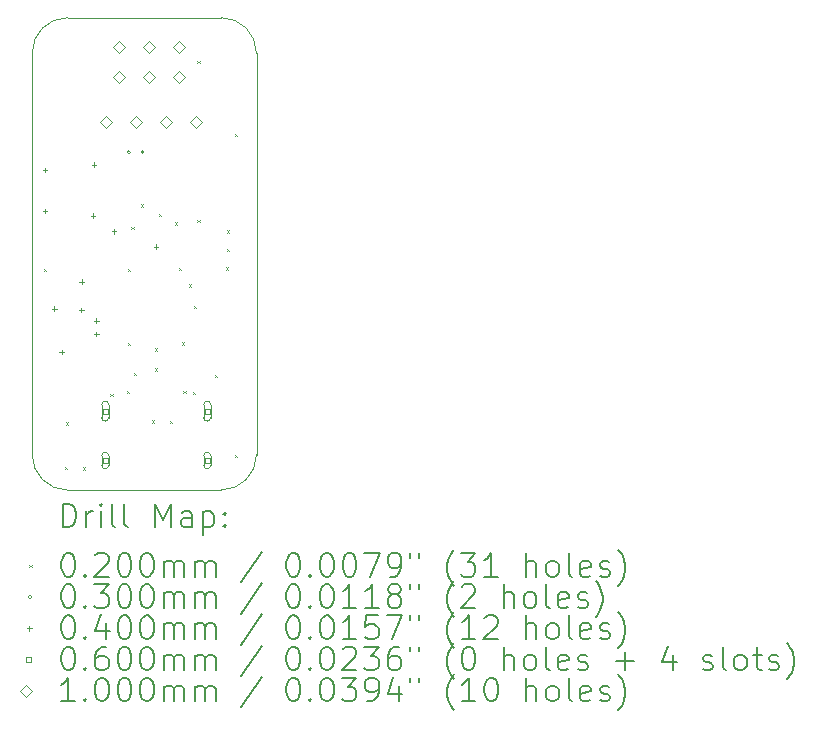
<source format=gbr>
%TF.GenerationSoftware,KiCad,Pcbnew,8.0.7*%
%TF.CreationDate,2024-12-24T16:41:42+01:00*%
%TF.ProjectId,USB2UART_PROG,55534232-5541-4525-945f-50524f472e6b,rev?*%
%TF.SameCoordinates,Original*%
%TF.FileFunction,Drillmap*%
%TF.FilePolarity,Positive*%
%FSLAX45Y45*%
G04 Gerber Fmt 4.5, Leading zero omitted, Abs format (unit mm)*
G04 Created by KiCad (PCBNEW 8.0.7) date 2024-12-24 16:41:42*
%MOMM*%
%LPD*%
G01*
G04 APERTURE LIST*
%ADD10C,0.050000*%
%ADD11C,0.200000*%
%ADD12C,0.100000*%
G04 APERTURE END LIST*
D10*
X14400000Y-10100000D02*
X13100000Y-10100000D01*
X14700000Y-6400000D02*
X14700000Y-9800000D01*
X14400000Y-6100000D02*
G75*
G02*
X14700000Y-6400000I0J-300000D01*
G01*
X13100000Y-10100000D02*
G75*
G02*
X12800000Y-9800000I0J300000D01*
G01*
X14700000Y-9800000D02*
G75*
G02*
X14400000Y-10100000I-300000J0D01*
G01*
X13100000Y-6100000D02*
X14400000Y-6100000D01*
X12800000Y-6400000D02*
G75*
G02*
X13100000Y-6100000I300000J0D01*
G01*
X12800000Y-9800000D02*
X12800000Y-6400000D01*
D11*
D12*
X12898280Y-8224680D02*
X12918280Y-8244680D01*
X12918280Y-8224680D02*
X12898280Y-8244680D01*
X13076080Y-9901080D02*
X13096080Y-9921080D01*
X13096080Y-9901080D02*
X13076080Y-9921080D01*
X13086240Y-9525160D02*
X13106240Y-9545160D01*
X13106240Y-9525160D02*
X13086240Y-9545160D01*
X13228480Y-9906160D02*
X13248480Y-9926160D01*
X13248480Y-9906160D02*
X13228480Y-9926160D01*
X13462160Y-9285280D02*
X13482160Y-9305280D01*
X13482160Y-9285280D02*
X13462160Y-9305280D01*
X13600000Y-9260000D02*
X13620000Y-9280000D01*
X13620000Y-9260000D02*
X13600000Y-9280000D01*
X13609480Y-8224680D02*
X13629480Y-8244680D01*
X13629480Y-8224680D02*
X13609480Y-8244680D01*
X13609480Y-8854600D02*
X13629480Y-8874600D01*
X13629480Y-8854600D02*
X13609480Y-8874600D01*
X13640000Y-7870000D02*
X13660000Y-7890000D01*
X13660000Y-7870000D02*
X13640000Y-7890000D01*
X13660280Y-9108600D02*
X13680280Y-9128600D01*
X13680280Y-9108600D02*
X13660280Y-9128600D01*
X13719650Y-7681120D02*
X13739650Y-7701120D01*
X13739650Y-7681120D02*
X13719650Y-7701120D01*
X13815000Y-9510000D02*
X13835000Y-9530000D01*
X13835000Y-9510000D02*
X13815000Y-9530000D01*
X13840000Y-8900000D02*
X13860000Y-8920000D01*
X13860000Y-8900000D02*
X13840000Y-8920000D01*
X13840000Y-9070000D02*
X13860000Y-9090000D01*
X13860000Y-9070000D02*
X13840000Y-9090000D01*
X13873640Y-7762400D02*
X13893640Y-7782400D01*
X13893640Y-7762400D02*
X13873640Y-7782400D01*
X13965000Y-9515000D02*
X13985000Y-9535000D01*
X13985000Y-9515000D02*
X13965000Y-9535000D01*
X14005720Y-7833520D02*
X14025720Y-7853520D01*
X14025720Y-7833520D02*
X14005720Y-7853520D01*
X14040000Y-8220000D02*
X14060000Y-8240000D01*
X14060000Y-8220000D02*
X14040000Y-8240000D01*
X14066680Y-8849520D02*
X14086680Y-8869520D01*
X14086680Y-8849520D02*
X14066680Y-8869520D01*
X14080000Y-9260000D02*
X14100000Y-9280000D01*
X14100000Y-9260000D02*
X14080000Y-9280000D01*
X14127640Y-8356760D02*
X14147640Y-8376760D01*
X14147640Y-8356760D02*
X14127640Y-8376760D01*
X14163200Y-9266080D02*
X14183200Y-9286080D01*
X14183200Y-9266080D02*
X14163200Y-9286080D01*
X14168280Y-8539640D02*
X14188280Y-8559640D01*
X14188280Y-8539640D02*
X14168280Y-8559640D01*
X14198760Y-6467000D02*
X14218760Y-6487000D01*
X14218760Y-6467000D02*
X14198760Y-6487000D01*
X14198760Y-7813200D02*
X14218760Y-7833200D01*
X14218760Y-7813200D02*
X14198760Y-7833200D01*
X14346080Y-9123840D02*
X14366080Y-9143840D01*
X14366080Y-9123840D02*
X14346080Y-9143840D01*
X14442600Y-8214520D02*
X14462600Y-8234520D01*
X14462600Y-8214520D02*
X14442600Y-8234520D01*
X14447680Y-7899560D02*
X14467680Y-7919560D01*
X14467680Y-7899560D02*
X14447680Y-7919560D01*
X14447680Y-8057040D02*
X14467680Y-8077040D01*
X14467680Y-8057040D02*
X14447680Y-8077040D01*
X14518800Y-7081680D02*
X14538800Y-7101680D01*
X14538800Y-7081680D02*
X14518800Y-7101680D01*
X14518800Y-9799480D02*
X14538800Y-9819480D01*
X14538800Y-9799480D02*
X14518800Y-9819480D01*
X13634150Y-7239000D02*
G75*
G02*
X13604150Y-7239000I-15000J0D01*
G01*
X13604150Y-7239000D02*
G75*
G02*
X13634150Y-7239000I15000J0D01*
G01*
X13749650Y-7239000D02*
G75*
G02*
X13719650Y-7239000I-15000J0D01*
G01*
X13719650Y-7239000D02*
G75*
G02*
X13749650Y-7239000I15000J0D01*
G01*
X12908280Y-7371400D02*
X12908280Y-7411400D01*
X12888280Y-7391400D02*
X12928280Y-7391400D01*
X12908280Y-7716840D02*
X12908280Y-7756840D01*
X12888280Y-7736840D02*
X12928280Y-7736840D01*
X12989560Y-8544880D02*
X12989560Y-8584880D01*
X12969560Y-8564880D02*
X13009560Y-8564880D01*
X13050520Y-8910640D02*
X13050520Y-8950640D01*
X13030520Y-8930640D02*
X13070520Y-8930640D01*
X13218160Y-8555040D02*
X13218160Y-8595040D01*
X13198160Y-8575040D02*
X13238160Y-8575040D01*
X13220000Y-8316280D02*
X13220000Y-8356280D01*
X13200000Y-8336280D02*
X13240000Y-8336280D01*
X13314680Y-7757480D02*
X13314680Y-7797480D01*
X13294680Y-7777480D02*
X13334680Y-7777480D01*
X13324840Y-7325680D02*
X13324840Y-7365680D01*
X13304840Y-7345680D02*
X13344840Y-7345680D01*
X13345160Y-8646480D02*
X13345160Y-8686480D01*
X13325160Y-8666480D02*
X13365160Y-8666480D01*
X13345160Y-8758240D02*
X13345160Y-8798240D01*
X13325160Y-8778240D02*
X13365160Y-8778240D01*
X13492480Y-7889560D02*
X13492480Y-7929560D01*
X13472480Y-7909560D02*
X13512480Y-7909560D01*
X13850000Y-8018750D02*
X13850000Y-8058750D01*
X13830000Y-8038750D02*
X13870000Y-8038750D01*
X13439213Y-9453213D02*
X13439213Y-9410787D01*
X13396787Y-9410787D01*
X13396787Y-9453213D01*
X13439213Y-9453213D01*
X13388000Y-9377000D02*
X13388000Y-9487000D01*
X13448000Y-9487000D02*
G75*
G02*
X13388000Y-9487000I-30000J0D01*
G01*
X13448000Y-9487000D02*
X13448000Y-9377000D01*
X13448000Y-9377000D02*
G75*
G03*
X13388000Y-9377000I-30000J0D01*
G01*
X13439213Y-9871213D02*
X13439213Y-9828787D01*
X13396787Y-9828787D01*
X13396787Y-9871213D01*
X13439213Y-9871213D01*
X13388000Y-9810000D02*
X13388000Y-9890000D01*
X13448000Y-9890000D02*
G75*
G02*
X13388000Y-9890000I-30000J0D01*
G01*
X13448000Y-9890000D02*
X13448000Y-9810000D01*
X13448000Y-9810000D02*
G75*
G03*
X13388000Y-9810000I-30000J0D01*
G01*
X14303213Y-9453213D02*
X14303213Y-9410787D01*
X14260787Y-9410787D01*
X14260787Y-9453213D01*
X14303213Y-9453213D01*
X14252000Y-9377000D02*
X14252000Y-9487000D01*
X14312000Y-9487000D02*
G75*
G02*
X14252000Y-9487000I-30000J0D01*
G01*
X14312000Y-9487000D02*
X14312000Y-9377000D01*
X14312000Y-9377000D02*
G75*
G03*
X14252000Y-9377000I-30000J0D01*
G01*
X14303213Y-9871213D02*
X14303213Y-9828787D01*
X14260787Y-9828787D01*
X14260787Y-9871213D01*
X14303213Y-9871213D01*
X14252000Y-9810000D02*
X14252000Y-9890000D01*
X14312000Y-9890000D02*
G75*
G02*
X14252000Y-9890000I-30000J0D01*
G01*
X14312000Y-9890000D02*
X14312000Y-9810000D01*
X14312000Y-9810000D02*
G75*
G03*
X14252000Y-9810000I-30000J0D01*
G01*
X13422900Y-7035000D02*
X13472900Y-6985000D01*
X13422900Y-6935000D01*
X13372900Y-6985000D01*
X13422900Y-7035000D01*
X13538200Y-6400000D02*
X13588200Y-6350000D01*
X13538200Y-6300000D01*
X13488200Y-6350000D01*
X13538200Y-6400000D01*
X13538200Y-6654000D02*
X13588200Y-6604000D01*
X13538200Y-6554000D01*
X13488200Y-6604000D01*
X13538200Y-6654000D01*
X13676900Y-7035000D02*
X13726900Y-6985000D01*
X13676900Y-6935000D01*
X13626900Y-6985000D01*
X13676900Y-7035000D01*
X13792200Y-6400000D02*
X13842200Y-6350000D01*
X13792200Y-6300000D01*
X13742200Y-6350000D01*
X13792200Y-6400000D01*
X13792200Y-6654000D02*
X13842200Y-6604000D01*
X13792200Y-6554000D01*
X13742200Y-6604000D01*
X13792200Y-6654000D01*
X13930900Y-7035000D02*
X13980900Y-6985000D01*
X13930900Y-6935000D01*
X13880900Y-6985000D01*
X13930900Y-7035000D01*
X14046200Y-6400000D02*
X14096200Y-6350000D01*
X14046200Y-6300000D01*
X13996200Y-6350000D01*
X14046200Y-6400000D01*
X14046200Y-6654000D02*
X14096200Y-6604000D01*
X14046200Y-6554000D01*
X13996200Y-6604000D01*
X14046200Y-6654000D01*
X14184900Y-7035000D02*
X14234900Y-6985000D01*
X14184900Y-6935000D01*
X14134900Y-6985000D01*
X14184900Y-7035000D01*
D11*
X13058277Y-10413984D02*
X13058277Y-10213984D01*
X13058277Y-10213984D02*
X13105896Y-10213984D01*
X13105896Y-10213984D02*
X13134467Y-10223508D01*
X13134467Y-10223508D02*
X13153515Y-10242555D01*
X13153515Y-10242555D02*
X13163039Y-10261603D01*
X13163039Y-10261603D02*
X13172562Y-10299698D01*
X13172562Y-10299698D02*
X13172562Y-10328270D01*
X13172562Y-10328270D02*
X13163039Y-10366365D01*
X13163039Y-10366365D02*
X13153515Y-10385412D01*
X13153515Y-10385412D02*
X13134467Y-10404460D01*
X13134467Y-10404460D02*
X13105896Y-10413984D01*
X13105896Y-10413984D02*
X13058277Y-10413984D01*
X13258277Y-10413984D02*
X13258277Y-10280650D01*
X13258277Y-10318746D02*
X13267801Y-10299698D01*
X13267801Y-10299698D02*
X13277324Y-10290174D01*
X13277324Y-10290174D02*
X13296372Y-10280650D01*
X13296372Y-10280650D02*
X13315420Y-10280650D01*
X13382086Y-10413984D02*
X13382086Y-10280650D01*
X13382086Y-10213984D02*
X13372562Y-10223508D01*
X13372562Y-10223508D02*
X13382086Y-10233031D01*
X13382086Y-10233031D02*
X13391610Y-10223508D01*
X13391610Y-10223508D02*
X13382086Y-10213984D01*
X13382086Y-10213984D02*
X13382086Y-10233031D01*
X13505896Y-10413984D02*
X13486848Y-10404460D01*
X13486848Y-10404460D02*
X13477324Y-10385412D01*
X13477324Y-10385412D02*
X13477324Y-10213984D01*
X13610658Y-10413984D02*
X13591610Y-10404460D01*
X13591610Y-10404460D02*
X13582086Y-10385412D01*
X13582086Y-10385412D02*
X13582086Y-10213984D01*
X13839229Y-10413984D02*
X13839229Y-10213984D01*
X13839229Y-10213984D02*
X13905896Y-10356841D01*
X13905896Y-10356841D02*
X13972562Y-10213984D01*
X13972562Y-10213984D02*
X13972562Y-10413984D01*
X14153515Y-10413984D02*
X14153515Y-10309222D01*
X14153515Y-10309222D02*
X14143991Y-10290174D01*
X14143991Y-10290174D02*
X14124943Y-10280650D01*
X14124943Y-10280650D02*
X14086848Y-10280650D01*
X14086848Y-10280650D02*
X14067801Y-10290174D01*
X14153515Y-10404460D02*
X14134467Y-10413984D01*
X14134467Y-10413984D02*
X14086848Y-10413984D01*
X14086848Y-10413984D02*
X14067801Y-10404460D01*
X14067801Y-10404460D02*
X14058277Y-10385412D01*
X14058277Y-10385412D02*
X14058277Y-10366365D01*
X14058277Y-10366365D02*
X14067801Y-10347317D01*
X14067801Y-10347317D02*
X14086848Y-10337793D01*
X14086848Y-10337793D02*
X14134467Y-10337793D01*
X14134467Y-10337793D02*
X14153515Y-10328270D01*
X14248753Y-10280650D02*
X14248753Y-10480650D01*
X14248753Y-10290174D02*
X14267801Y-10280650D01*
X14267801Y-10280650D02*
X14305896Y-10280650D01*
X14305896Y-10280650D02*
X14324943Y-10290174D01*
X14324943Y-10290174D02*
X14334467Y-10299698D01*
X14334467Y-10299698D02*
X14343991Y-10318746D01*
X14343991Y-10318746D02*
X14343991Y-10375889D01*
X14343991Y-10375889D02*
X14334467Y-10394936D01*
X14334467Y-10394936D02*
X14324943Y-10404460D01*
X14324943Y-10404460D02*
X14305896Y-10413984D01*
X14305896Y-10413984D02*
X14267801Y-10413984D01*
X14267801Y-10413984D02*
X14248753Y-10404460D01*
X14429705Y-10394936D02*
X14439229Y-10404460D01*
X14439229Y-10404460D02*
X14429705Y-10413984D01*
X14429705Y-10413984D02*
X14420182Y-10404460D01*
X14420182Y-10404460D02*
X14429705Y-10394936D01*
X14429705Y-10394936D02*
X14429705Y-10413984D01*
X14429705Y-10290174D02*
X14439229Y-10299698D01*
X14439229Y-10299698D02*
X14429705Y-10309222D01*
X14429705Y-10309222D02*
X14420182Y-10299698D01*
X14420182Y-10299698D02*
X14429705Y-10290174D01*
X14429705Y-10290174D02*
X14429705Y-10309222D01*
D12*
X12777500Y-10732500D02*
X12797500Y-10752500D01*
X12797500Y-10732500D02*
X12777500Y-10752500D01*
D11*
X13096372Y-10633984D02*
X13115420Y-10633984D01*
X13115420Y-10633984D02*
X13134467Y-10643508D01*
X13134467Y-10643508D02*
X13143991Y-10653031D01*
X13143991Y-10653031D02*
X13153515Y-10672079D01*
X13153515Y-10672079D02*
X13163039Y-10710174D01*
X13163039Y-10710174D02*
X13163039Y-10757793D01*
X13163039Y-10757793D02*
X13153515Y-10795889D01*
X13153515Y-10795889D02*
X13143991Y-10814936D01*
X13143991Y-10814936D02*
X13134467Y-10824460D01*
X13134467Y-10824460D02*
X13115420Y-10833984D01*
X13115420Y-10833984D02*
X13096372Y-10833984D01*
X13096372Y-10833984D02*
X13077324Y-10824460D01*
X13077324Y-10824460D02*
X13067801Y-10814936D01*
X13067801Y-10814936D02*
X13058277Y-10795889D01*
X13058277Y-10795889D02*
X13048753Y-10757793D01*
X13048753Y-10757793D02*
X13048753Y-10710174D01*
X13048753Y-10710174D02*
X13058277Y-10672079D01*
X13058277Y-10672079D02*
X13067801Y-10653031D01*
X13067801Y-10653031D02*
X13077324Y-10643508D01*
X13077324Y-10643508D02*
X13096372Y-10633984D01*
X13248753Y-10814936D02*
X13258277Y-10824460D01*
X13258277Y-10824460D02*
X13248753Y-10833984D01*
X13248753Y-10833984D02*
X13239229Y-10824460D01*
X13239229Y-10824460D02*
X13248753Y-10814936D01*
X13248753Y-10814936D02*
X13248753Y-10833984D01*
X13334467Y-10653031D02*
X13343991Y-10643508D01*
X13343991Y-10643508D02*
X13363039Y-10633984D01*
X13363039Y-10633984D02*
X13410658Y-10633984D01*
X13410658Y-10633984D02*
X13429705Y-10643508D01*
X13429705Y-10643508D02*
X13439229Y-10653031D01*
X13439229Y-10653031D02*
X13448753Y-10672079D01*
X13448753Y-10672079D02*
X13448753Y-10691127D01*
X13448753Y-10691127D02*
X13439229Y-10719698D01*
X13439229Y-10719698D02*
X13324943Y-10833984D01*
X13324943Y-10833984D02*
X13448753Y-10833984D01*
X13572562Y-10633984D02*
X13591610Y-10633984D01*
X13591610Y-10633984D02*
X13610658Y-10643508D01*
X13610658Y-10643508D02*
X13620182Y-10653031D01*
X13620182Y-10653031D02*
X13629705Y-10672079D01*
X13629705Y-10672079D02*
X13639229Y-10710174D01*
X13639229Y-10710174D02*
X13639229Y-10757793D01*
X13639229Y-10757793D02*
X13629705Y-10795889D01*
X13629705Y-10795889D02*
X13620182Y-10814936D01*
X13620182Y-10814936D02*
X13610658Y-10824460D01*
X13610658Y-10824460D02*
X13591610Y-10833984D01*
X13591610Y-10833984D02*
X13572562Y-10833984D01*
X13572562Y-10833984D02*
X13553515Y-10824460D01*
X13553515Y-10824460D02*
X13543991Y-10814936D01*
X13543991Y-10814936D02*
X13534467Y-10795889D01*
X13534467Y-10795889D02*
X13524943Y-10757793D01*
X13524943Y-10757793D02*
X13524943Y-10710174D01*
X13524943Y-10710174D02*
X13534467Y-10672079D01*
X13534467Y-10672079D02*
X13543991Y-10653031D01*
X13543991Y-10653031D02*
X13553515Y-10643508D01*
X13553515Y-10643508D02*
X13572562Y-10633984D01*
X13763039Y-10633984D02*
X13782086Y-10633984D01*
X13782086Y-10633984D02*
X13801134Y-10643508D01*
X13801134Y-10643508D02*
X13810658Y-10653031D01*
X13810658Y-10653031D02*
X13820182Y-10672079D01*
X13820182Y-10672079D02*
X13829705Y-10710174D01*
X13829705Y-10710174D02*
X13829705Y-10757793D01*
X13829705Y-10757793D02*
X13820182Y-10795889D01*
X13820182Y-10795889D02*
X13810658Y-10814936D01*
X13810658Y-10814936D02*
X13801134Y-10824460D01*
X13801134Y-10824460D02*
X13782086Y-10833984D01*
X13782086Y-10833984D02*
X13763039Y-10833984D01*
X13763039Y-10833984D02*
X13743991Y-10824460D01*
X13743991Y-10824460D02*
X13734467Y-10814936D01*
X13734467Y-10814936D02*
X13724943Y-10795889D01*
X13724943Y-10795889D02*
X13715420Y-10757793D01*
X13715420Y-10757793D02*
X13715420Y-10710174D01*
X13715420Y-10710174D02*
X13724943Y-10672079D01*
X13724943Y-10672079D02*
X13734467Y-10653031D01*
X13734467Y-10653031D02*
X13743991Y-10643508D01*
X13743991Y-10643508D02*
X13763039Y-10633984D01*
X13915420Y-10833984D02*
X13915420Y-10700650D01*
X13915420Y-10719698D02*
X13924943Y-10710174D01*
X13924943Y-10710174D02*
X13943991Y-10700650D01*
X13943991Y-10700650D02*
X13972563Y-10700650D01*
X13972563Y-10700650D02*
X13991610Y-10710174D01*
X13991610Y-10710174D02*
X14001134Y-10729222D01*
X14001134Y-10729222D02*
X14001134Y-10833984D01*
X14001134Y-10729222D02*
X14010658Y-10710174D01*
X14010658Y-10710174D02*
X14029705Y-10700650D01*
X14029705Y-10700650D02*
X14058277Y-10700650D01*
X14058277Y-10700650D02*
X14077324Y-10710174D01*
X14077324Y-10710174D02*
X14086848Y-10729222D01*
X14086848Y-10729222D02*
X14086848Y-10833984D01*
X14182086Y-10833984D02*
X14182086Y-10700650D01*
X14182086Y-10719698D02*
X14191610Y-10710174D01*
X14191610Y-10710174D02*
X14210658Y-10700650D01*
X14210658Y-10700650D02*
X14239229Y-10700650D01*
X14239229Y-10700650D02*
X14258277Y-10710174D01*
X14258277Y-10710174D02*
X14267801Y-10729222D01*
X14267801Y-10729222D02*
X14267801Y-10833984D01*
X14267801Y-10729222D02*
X14277324Y-10710174D01*
X14277324Y-10710174D02*
X14296372Y-10700650D01*
X14296372Y-10700650D02*
X14324943Y-10700650D01*
X14324943Y-10700650D02*
X14343991Y-10710174D01*
X14343991Y-10710174D02*
X14353515Y-10729222D01*
X14353515Y-10729222D02*
X14353515Y-10833984D01*
X14743991Y-10624460D02*
X14572563Y-10881603D01*
X15001134Y-10633984D02*
X15020182Y-10633984D01*
X15020182Y-10633984D02*
X15039229Y-10643508D01*
X15039229Y-10643508D02*
X15048753Y-10653031D01*
X15048753Y-10653031D02*
X15058277Y-10672079D01*
X15058277Y-10672079D02*
X15067801Y-10710174D01*
X15067801Y-10710174D02*
X15067801Y-10757793D01*
X15067801Y-10757793D02*
X15058277Y-10795889D01*
X15058277Y-10795889D02*
X15048753Y-10814936D01*
X15048753Y-10814936D02*
X15039229Y-10824460D01*
X15039229Y-10824460D02*
X15020182Y-10833984D01*
X15020182Y-10833984D02*
X15001134Y-10833984D01*
X15001134Y-10833984D02*
X14982086Y-10824460D01*
X14982086Y-10824460D02*
X14972563Y-10814936D01*
X14972563Y-10814936D02*
X14963039Y-10795889D01*
X14963039Y-10795889D02*
X14953515Y-10757793D01*
X14953515Y-10757793D02*
X14953515Y-10710174D01*
X14953515Y-10710174D02*
X14963039Y-10672079D01*
X14963039Y-10672079D02*
X14972563Y-10653031D01*
X14972563Y-10653031D02*
X14982086Y-10643508D01*
X14982086Y-10643508D02*
X15001134Y-10633984D01*
X15153515Y-10814936D02*
X15163039Y-10824460D01*
X15163039Y-10824460D02*
X15153515Y-10833984D01*
X15153515Y-10833984D02*
X15143991Y-10824460D01*
X15143991Y-10824460D02*
X15153515Y-10814936D01*
X15153515Y-10814936D02*
X15153515Y-10833984D01*
X15286848Y-10633984D02*
X15305896Y-10633984D01*
X15305896Y-10633984D02*
X15324944Y-10643508D01*
X15324944Y-10643508D02*
X15334467Y-10653031D01*
X15334467Y-10653031D02*
X15343991Y-10672079D01*
X15343991Y-10672079D02*
X15353515Y-10710174D01*
X15353515Y-10710174D02*
X15353515Y-10757793D01*
X15353515Y-10757793D02*
X15343991Y-10795889D01*
X15343991Y-10795889D02*
X15334467Y-10814936D01*
X15334467Y-10814936D02*
X15324944Y-10824460D01*
X15324944Y-10824460D02*
X15305896Y-10833984D01*
X15305896Y-10833984D02*
X15286848Y-10833984D01*
X15286848Y-10833984D02*
X15267801Y-10824460D01*
X15267801Y-10824460D02*
X15258277Y-10814936D01*
X15258277Y-10814936D02*
X15248753Y-10795889D01*
X15248753Y-10795889D02*
X15239229Y-10757793D01*
X15239229Y-10757793D02*
X15239229Y-10710174D01*
X15239229Y-10710174D02*
X15248753Y-10672079D01*
X15248753Y-10672079D02*
X15258277Y-10653031D01*
X15258277Y-10653031D02*
X15267801Y-10643508D01*
X15267801Y-10643508D02*
X15286848Y-10633984D01*
X15477325Y-10633984D02*
X15496372Y-10633984D01*
X15496372Y-10633984D02*
X15515420Y-10643508D01*
X15515420Y-10643508D02*
X15524944Y-10653031D01*
X15524944Y-10653031D02*
X15534467Y-10672079D01*
X15534467Y-10672079D02*
X15543991Y-10710174D01*
X15543991Y-10710174D02*
X15543991Y-10757793D01*
X15543991Y-10757793D02*
X15534467Y-10795889D01*
X15534467Y-10795889D02*
X15524944Y-10814936D01*
X15524944Y-10814936D02*
X15515420Y-10824460D01*
X15515420Y-10824460D02*
X15496372Y-10833984D01*
X15496372Y-10833984D02*
X15477325Y-10833984D01*
X15477325Y-10833984D02*
X15458277Y-10824460D01*
X15458277Y-10824460D02*
X15448753Y-10814936D01*
X15448753Y-10814936D02*
X15439229Y-10795889D01*
X15439229Y-10795889D02*
X15429706Y-10757793D01*
X15429706Y-10757793D02*
X15429706Y-10710174D01*
X15429706Y-10710174D02*
X15439229Y-10672079D01*
X15439229Y-10672079D02*
X15448753Y-10653031D01*
X15448753Y-10653031D02*
X15458277Y-10643508D01*
X15458277Y-10643508D02*
X15477325Y-10633984D01*
X15610658Y-10633984D02*
X15743991Y-10633984D01*
X15743991Y-10633984D02*
X15658277Y-10833984D01*
X15829706Y-10833984D02*
X15867801Y-10833984D01*
X15867801Y-10833984D02*
X15886848Y-10824460D01*
X15886848Y-10824460D02*
X15896372Y-10814936D01*
X15896372Y-10814936D02*
X15915420Y-10786365D01*
X15915420Y-10786365D02*
X15924944Y-10748270D01*
X15924944Y-10748270D02*
X15924944Y-10672079D01*
X15924944Y-10672079D02*
X15915420Y-10653031D01*
X15915420Y-10653031D02*
X15905896Y-10643508D01*
X15905896Y-10643508D02*
X15886848Y-10633984D01*
X15886848Y-10633984D02*
X15848753Y-10633984D01*
X15848753Y-10633984D02*
X15829706Y-10643508D01*
X15829706Y-10643508D02*
X15820182Y-10653031D01*
X15820182Y-10653031D02*
X15810658Y-10672079D01*
X15810658Y-10672079D02*
X15810658Y-10719698D01*
X15810658Y-10719698D02*
X15820182Y-10738746D01*
X15820182Y-10738746D02*
X15829706Y-10748270D01*
X15829706Y-10748270D02*
X15848753Y-10757793D01*
X15848753Y-10757793D02*
X15886848Y-10757793D01*
X15886848Y-10757793D02*
X15905896Y-10748270D01*
X15905896Y-10748270D02*
X15915420Y-10738746D01*
X15915420Y-10738746D02*
X15924944Y-10719698D01*
X16001134Y-10633984D02*
X16001134Y-10672079D01*
X16077325Y-10633984D02*
X16077325Y-10672079D01*
X16372563Y-10910174D02*
X16363039Y-10900650D01*
X16363039Y-10900650D02*
X16343991Y-10872079D01*
X16343991Y-10872079D02*
X16334468Y-10853031D01*
X16334468Y-10853031D02*
X16324944Y-10824460D01*
X16324944Y-10824460D02*
X16315420Y-10776841D01*
X16315420Y-10776841D02*
X16315420Y-10738746D01*
X16315420Y-10738746D02*
X16324944Y-10691127D01*
X16324944Y-10691127D02*
X16334468Y-10662555D01*
X16334468Y-10662555D02*
X16343991Y-10643508D01*
X16343991Y-10643508D02*
X16363039Y-10614936D01*
X16363039Y-10614936D02*
X16372563Y-10605412D01*
X16429706Y-10633984D02*
X16553515Y-10633984D01*
X16553515Y-10633984D02*
X16486848Y-10710174D01*
X16486848Y-10710174D02*
X16515420Y-10710174D01*
X16515420Y-10710174D02*
X16534468Y-10719698D01*
X16534468Y-10719698D02*
X16543991Y-10729222D01*
X16543991Y-10729222D02*
X16553515Y-10748270D01*
X16553515Y-10748270D02*
X16553515Y-10795889D01*
X16553515Y-10795889D02*
X16543991Y-10814936D01*
X16543991Y-10814936D02*
X16534468Y-10824460D01*
X16534468Y-10824460D02*
X16515420Y-10833984D01*
X16515420Y-10833984D02*
X16458277Y-10833984D01*
X16458277Y-10833984D02*
X16439229Y-10824460D01*
X16439229Y-10824460D02*
X16429706Y-10814936D01*
X16743991Y-10833984D02*
X16629706Y-10833984D01*
X16686848Y-10833984D02*
X16686848Y-10633984D01*
X16686848Y-10633984D02*
X16667801Y-10662555D01*
X16667801Y-10662555D02*
X16648753Y-10681603D01*
X16648753Y-10681603D02*
X16629706Y-10691127D01*
X16982087Y-10833984D02*
X16982087Y-10633984D01*
X17067801Y-10833984D02*
X17067801Y-10729222D01*
X17067801Y-10729222D02*
X17058277Y-10710174D01*
X17058277Y-10710174D02*
X17039230Y-10700650D01*
X17039230Y-10700650D02*
X17010658Y-10700650D01*
X17010658Y-10700650D02*
X16991611Y-10710174D01*
X16991611Y-10710174D02*
X16982087Y-10719698D01*
X17191611Y-10833984D02*
X17172563Y-10824460D01*
X17172563Y-10824460D02*
X17163039Y-10814936D01*
X17163039Y-10814936D02*
X17153515Y-10795889D01*
X17153515Y-10795889D02*
X17153515Y-10738746D01*
X17153515Y-10738746D02*
X17163039Y-10719698D01*
X17163039Y-10719698D02*
X17172563Y-10710174D01*
X17172563Y-10710174D02*
X17191611Y-10700650D01*
X17191611Y-10700650D02*
X17220182Y-10700650D01*
X17220182Y-10700650D02*
X17239230Y-10710174D01*
X17239230Y-10710174D02*
X17248753Y-10719698D01*
X17248753Y-10719698D02*
X17258277Y-10738746D01*
X17258277Y-10738746D02*
X17258277Y-10795889D01*
X17258277Y-10795889D02*
X17248753Y-10814936D01*
X17248753Y-10814936D02*
X17239230Y-10824460D01*
X17239230Y-10824460D02*
X17220182Y-10833984D01*
X17220182Y-10833984D02*
X17191611Y-10833984D01*
X17372563Y-10833984D02*
X17353515Y-10824460D01*
X17353515Y-10824460D02*
X17343992Y-10805412D01*
X17343992Y-10805412D02*
X17343992Y-10633984D01*
X17524944Y-10824460D02*
X17505896Y-10833984D01*
X17505896Y-10833984D02*
X17467801Y-10833984D01*
X17467801Y-10833984D02*
X17448753Y-10824460D01*
X17448753Y-10824460D02*
X17439230Y-10805412D01*
X17439230Y-10805412D02*
X17439230Y-10729222D01*
X17439230Y-10729222D02*
X17448753Y-10710174D01*
X17448753Y-10710174D02*
X17467801Y-10700650D01*
X17467801Y-10700650D02*
X17505896Y-10700650D01*
X17505896Y-10700650D02*
X17524944Y-10710174D01*
X17524944Y-10710174D02*
X17534468Y-10729222D01*
X17534468Y-10729222D02*
X17534468Y-10748270D01*
X17534468Y-10748270D02*
X17439230Y-10767317D01*
X17610658Y-10824460D02*
X17629706Y-10833984D01*
X17629706Y-10833984D02*
X17667801Y-10833984D01*
X17667801Y-10833984D02*
X17686849Y-10824460D01*
X17686849Y-10824460D02*
X17696373Y-10805412D01*
X17696373Y-10805412D02*
X17696373Y-10795889D01*
X17696373Y-10795889D02*
X17686849Y-10776841D01*
X17686849Y-10776841D02*
X17667801Y-10767317D01*
X17667801Y-10767317D02*
X17639230Y-10767317D01*
X17639230Y-10767317D02*
X17620182Y-10757793D01*
X17620182Y-10757793D02*
X17610658Y-10738746D01*
X17610658Y-10738746D02*
X17610658Y-10729222D01*
X17610658Y-10729222D02*
X17620182Y-10710174D01*
X17620182Y-10710174D02*
X17639230Y-10700650D01*
X17639230Y-10700650D02*
X17667801Y-10700650D01*
X17667801Y-10700650D02*
X17686849Y-10710174D01*
X17763039Y-10910174D02*
X17772563Y-10900650D01*
X17772563Y-10900650D02*
X17791611Y-10872079D01*
X17791611Y-10872079D02*
X17801134Y-10853031D01*
X17801134Y-10853031D02*
X17810658Y-10824460D01*
X17810658Y-10824460D02*
X17820182Y-10776841D01*
X17820182Y-10776841D02*
X17820182Y-10738746D01*
X17820182Y-10738746D02*
X17810658Y-10691127D01*
X17810658Y-10691127D02*
X17801134Y-10662555D01*
X17801134Y-10662555D02*
X17791611Y-10643508D01*
X17791611Y-10643508D02*
X17772563Y-10614936D01*
X17772563Y-10614936D02*
X17763039Y-10605412D01*
D12*
X12797500Y-11006500D02*
G75*
G02*
X12767500Y-11006500I-15000J0D01*
G01*
X12767500Y-11006500D02*
G75*
G02*
X12797500Y-11006500I15000J0D01*
G01*
D11*
X13096372Y-10897984D02*
X13115420Y-10897984D01*
X13115420Y-10897984D02*
X13134467Y-10907508D01*
X13134467Y-10907508D02*
X13143991Y-10917031D01*
X13143991Y-10917031D02*
X13153515Y-10936079D01*
X13153515Y-10936079D02*
X13163039Y-10974174D01*
X13163039Y-10974174D02*
X13163039Y-11021793D01*
X13163039Y-11021793D02*
X13153515Y-11059889D01*
X13153515Y-11059889D02*
X13143991Y-11078936D01*
X13143991Y-11078936D02*
X13134467Y-11088460D01*
X13134467Y-11088460D02*
X13115420Y-11097984D01*
X13115420Y-11097984D02*
X13096372Y-11097984D01*
X13096372Y-11097984D02*
X13077324Y-11088460D01*
X13077324Y-11088460D02*
X13067801Y-11078936D01*
X13067801Y-11078936D02*
X13058277Y-11059889D01*
X13058277Y-11059889D02*
X13048753Y-11021793D01*
X13048753Y-11021793D02*
X13048753Y-10974174D01*
X13048753Y-10974174D02*
X13058277Y-10936079D01*
X13058277Y-10936079D02*
X13067801Y-10917031D01*
X13067801Y-10917031D02*
X13077324Y-10907508D01*
X13077324Y-10907508D02*
X13096372Y-10897984D01*
X13248753Y-11078936D02*
X13258277Y-11088460D01*
X13258277Y-11088460D02*
X13248753Y-11097984D01*
X13248753Y-11097984D02*
X13239229Y-11088460D01*
X13239229Y-11088460D02*
X13248753Y-11078936D01*
X13248753Y-11078936D02*
X13248753Y-11097984D01*
X13324943Y-10897984D02*
X13448753Y-10897984D01*
X13448753Y-10897984D02*
X13382086Y-10974174D01*
X13382086Y-10974174D02*
X13410658Y-10974174D01*
X13410658Y-10974174D02*
X13429705Y-10983698D01*
X13429705Y-10983698D02*
X13439229Y-10993222D01*
X13439229Y-10993222D02*
X13448753Y-11012270D01*
X13448753Y-11012270D02*
X13448753Y-11059889D01*
X13448753Y-11059889D02*
X13439229Y-11078936D01*
X13439229Y-11078936D02*
X13429705Y-11088460D01*
X13429705Y-11088460D02*
X13410658Y-11097984D01*
X13410658Y-11097984D02*
X13353515Y-11097984D01*
X13353515Y-11097984D02*
X13334467Y-11088460D01*
X13334467Y-11088460D02*
X13324943Y-11078936D01*
X13572562Y-10897984D02*
X13591610Y-10897984D01*
X13591610Y-10897984D02*
X13610658Y-10907508D01*
X13610658Y-10907508D02*
X13620182Y-10917031D01*
X13620182Y-10917031D02*
X13629705Y-10936079D01*
X13629705Y-10936079D02*
X13639229Y-10974174D01*
X13639229Y-10974174D02*
X13639229Y-11021793D01*
X13639229Y-11021793D02*
X13629705Y-11059889D01*
X13629705Y-11059889D02*
X13620182Y-11078936D01*
X13620182Y-11078936D02*
X13610658Y-11088460D01*
X13610658Y-11088460D02*
X13591610Y-11097984D01*
X13591610Y-11097984D02*
X13572562Y-11097984D01*
X13572562Y-11097984D02*
X13553515Y-11088460D01*
X13553515Y-11088460D02*
X13543991Y-11078936D01*
X13543991Y-11078936D02*
X13534467Y-11059889D01*
X13534467Y-11059889D02*
X13524943Y-11021793D01*
X13524943Y-11021793D02*
X13524943Y-10974174D01*
X13524943Y-10974174D02*
X13534467Y-10936079D01*
X13534467Y-10936079D02*
X13543991Y-10917031D01*
X13543991Y-10917031D02*
X13553515Y-10907508D01*
X13553515Y-10907508D02*
X13572562Y-10897984D01*
X13763039Y-10897984D02*
X13782086Y-10897984D01*
X13782086Y-10897984D02*
X13801134Y-10907508D01*
X13801134Y-10907508D02*
X13810658Y-10917031D01*
X13810658Y-10917031D02*
X13820182Y-10936079D01*
X13820182Y-10936079D02*
X13829705Y-10974174D01*
X13829705Y-10974174D02*
X13829705Y-11021793D01*
X13829705Y-11021793D02*
X13820182Y-11059889D01*
X13820182Y-11059889D02*
X13810658Y-11078936D01*
X13810658Y-11078936D02*
X13801134Y-11088460D01*
X13801134Y-11088460D02*
X13782086Y-11097984D01*
X13782086Y-11097984D02*
X13763039Y-11097984D01*
X13763039Y-11097984D02*
X13743991Y-11088460D01*
X13743991Y-11088460D02*
X13734467Y-11078936D01*
X13734467Y-11078936D02*
X13724943Y-11059889D01*
X13724943Y-11059889D02*
X13715420Y-11021793D01*
X13715420Y-11021793D02*
X13715420Y-10974174D01*
X13715420Y-10974174D02*
X13724943Y-10936079D01*
X13724943Y-10936079D02*
X13734467Y-10917031D01*
X13734467Y-10917031D02*
X13743991Y-10907508D01*
X13743991Y-10907508D02*
X13763039Y-10897984D01*
X13915420Y-11097984D02*
X13915420Y-10964650D01*
X13915420Y-10983698D02*
X13924943Y-10974174D01*
X13924943Y-10974174D02*
X13943991Y-10964650D01*
X13943991Y-10964650D02*
X13972563Y-10964650D01*
X13972563Y-10964650D02*
X13991610Y-10974174D01*
X13991610Y-10974174D02*
X14001134Y-10993222D01*
X14001134Y-10993222D02*
X14001134Y-11097984D01*
X14001134Y-10993222D02*
X14010658Y-10974174D01*
X14010658Y-10974174D02*
X14029705Y-10964650D01*
X14029705Y-10964650D02*
X14058277Y-10964650D01*
X14058277Y-10964650D02*
X14077324Y-10974174D01*
X14077324Y-10974174D02*
X14086848Y-10993222D01*
X14086848Y-10993222D02*
X14086848Y-11097984D01*
X14182086Y-11097984D02*
X14182086Y-10964650D01*
X14182086Y-10983698D02*
X14191610Y-10974174D01*
X14191610Y-10974174D02*
X14210658Y-10964650D01*
X14210658Y-10964650D02*
X14239229Y-10964650D01*
X14239229Y-10964650D02*
X14258277Y-10974174D01*
X14258277Y-10974174D02*
X14267801Y-10993222D01*
X14267801Y-10993222D02*
X14267801Y-11097984D01*
X14267801Y-10993222D02*
X14277324Y-10974174D01*
X14277324Y-10974174D02*
X14296372Y-10964650D01*
X14296372Y-10964650D02*
X14324943Y-10964650D01*
X14324943Y-10964650D02*
X14343991Y-10974174D01*
X14343991Y-10974174D02*
X14353515Y-10993222D01*
X14353515Y-10993222D02*
X14353515Y-11097984D01*
X14743991Y-10888460D02*
X14572563Y-11145603D01*
X15001134Y-10897984D02*
X15020182Y-10897984D01*
X15020182Y-10897984D02*
X15039229Y-10907508D01*
X15039229Y-10907508D02*
X15048753Y-10917031D01*
X15048753Y-10917031D02*
X15058277Y-10936079D01*
X15058277Y-10936079D02*
X15067801Y-10974174D01*
X15067801Y-10974174D02*
X15067801Y-11021793D01*
X15067801Y-11021793D02*
X15058277Y-11059889D01*
X15058277Y-11059889D02*
X15048753Y-11078936D01*
X15048753Y-11078936D02*
X15039229Y-11088460D01*
X15039229Y-11088460D02*
X15020182Y-11097984D01*
X15020182Y-11097984D02*
X15001134Y-11097984D01*
X15001134Y-11097984D02*
X14982086Y-11088460D01*
X14982086Y-11088460D02*
X14972563Y-11078936D01*
X14972563Y-11078936D02*
X14963039Y-11059889D01*
X14963039Y-11059889D02*
X14953515Y-11021793D01*
X14953515Y-11021793D02*
X14953515Y-10974174D01*
X14953515Y-10974174D02*
X14963039Y-10936079D01*
X14963039Y-10936079D02*
X14972563Y-10917031D01*
X14972563Y-10917031D02*
X14982086Y-10907508D01*
X14982086Y-10907508D02*
X15001134Y-10897984D01*
X15153515Y-11078936D02*
X15163039Y-11088460D01*
X15163039Y-11088460D02*
X15153515Y-11097984D01*
X15153515Y-11097984D02*
X15143991Y-11088460D01*
X15143991Y-11088460D02*
X15153515Y-11078936D01*
X15153515Y-11078936D02*
X15153515Y-11097984D01*
X15286848Y-10897984D02*
X15305896Y-10897984D01*
X15305896Y-10897984D02*
X15324944Y-10907508D01*
X15324944Y-10907508D02*
X15334467Y-10917031D01*
X15334467Y-10917031D02*
X15343991Y-10936079D01*
X15343991Y-10936079D02*
X15353515Y-10974174D01*
X15353515Y-10974174D02*
X15353515Y-11021793D01*
X15353515Y-11021793D02*
X15343991Y-11059889D01*
X15343991Y-11059889D02*
X15334467Y-11078936D01*
X15334467Y-11078936D02*
X15324944Y-11088460D01*
X15324944Y-11088460D02*
X15305896Y-11097984D01*
X15305896Y-11097984D02*
X15286848Y-11097984D01*
X15286848Y-11097984D02*
X15267801Y-11088460D01*
X15267801Y-11088460D02*
X15258277Y-11078936D01*
X15258277Y-11078936D02*
X15248753Y-11059889D01*
X15248753Y-11059889D02*
X15239229Y-11021793D01*
X15239229Y-11021793D02*
X15239229Y-10974174D01*
X15239229Y-10974174D02*
X15248753Y-10936079D01*
X15248753Y-10936079D02*
X15258277Y-10917031D01*
X15258277Y-10917031D02*
X15267801Y-10907508D01*
X15267801Y-10907508D02*
X15286848Y-10897984D01*
X15543991Y-11097984D02*
X15429706Y-11097984D01*
X15486848Y-11097984D02*
X15486848Y-10897984D01*
X15486848Y-10897984D02*
X15467801Y-10926555D01*
X15467801Y-10926555D02*
X15448753Y-10945603D01*
X15448753Y-10945603D02*
X15429706Y-10955127D01*
X15734467Y-11097984D02*
X15620182Y-11097984D01*
X15677325Y-11097984D02*
X15677325Y-10897984D01*
X15677325Y-10897984D02*
X15658277Y-10926555D01*
X15658277Y-10926555D02*
X15639229Y-10945603D01*
X15639229Y-10945603D02*
X15620182Y-10955127D01*
X15848753Y-10983698D02*
X15829706Y-10974174D01*
X15829706Y-10974174D02*
X15820182Y-10964650D01*
X15820182Y-10964650D02*
X15810658Y-10945603D01*
X15810658Y-10945603D02*
X15810658Y-10936079D01*
X15810658Y-10936079D02*
X15820182Y-10917031D01*
X15820182Y-10917031D02*
X15829706Y-10907508D01*
X15829706Y-10907508D02*
X15848753Y-10897984D01*
X15848753Y-10897984D02*
X15886848Y-10897984D01*
X15886848Y-10897984D02*
X15905896Y-10907508D01*
X15905896Y-10907508D02*
X15915420Y-10917031D01*
X15915420Y-10917031D02*
X15924944Y-10936079D01*
X15924944Y-10936079D02*
X15924944Y-10945603D01*
X15924944Y-10945603D02*
X15915420Y-10964650D01*
X15915420Y-10964650D02*
X15905896Y-10974174D01*
X15905896Y-10974174D02*
X15886848Y-10983698D01*
X15886848Y-10983698D02*
X15848753Y-10983698D01*
X15848753Y-10983698D02*
X15829706Y-10993222D01*
X15829706Y-10993222D02*
X15820182Y-11002746D01*
X15820182Y-11002746D02*
X15810658Y-11021793D01*
X15810658Y-11021793D02*
X15810658Y-11059889D01*
X15810658Y-11059889D02*
X15820182Y-11078936D01*
X15820182Y-11078936D02*
X15829706Y-11088460D01*
X15829706Y-11088460D02*
X15848753Y-11097984D01*
X15848753Y-11097984D02*
X15886848Y-11097984D01*
X15886848Y-11097984D02*
X15905896Y-11088460D01*
X15905896Y-11088460D02*
X15915420Y-11078936D01*
X15915420Y-11078936D02*
X15924944Y-11059889D01*
X15924944Y-11059889D02*
X15924944Y-11021793D01*
X15924944Y-11021793D02*
X15915420Y-11002746D01*
X15915420Y-11002746D02*
X15905896Y-10993222D01*
X15905896Y-10993222D02*
X15886848Y-10983698D01*
X16001134Y-10897984D02*
X16001134Y-10936079D01*
X16077325Y-10897984D02*
X16077325Y-10936079D01*
X16372563Y-11174174D02*
X16363039Y-11164650D01*
X16363039Y-11164650D02*
X16343991Y-11136079D01*
X16343991Y-11136079D02*
X16334468Y-11117031D01*
X16334468Y-11117031D02*
X16324944Y-11088460D01*
X16324944Y-11088460D02*
X16315420Y-11040841D01*
X16315420Y-11040841D02*
X16315420Y-11002746D01*
X16315420Y-11002746D02*
X16324944Y-10955127D01*
X16324944Y-10955127D02*
X16334468Y-10926555D01*
X16334468Y-10926555D02*
X16343991Y-10907508D01*
X16343991Y-10907508D02*
X16363039Y-10878936D01*
X16363039Y-10878936D02*
X16372563Y-10869412D01*
X16439229Y-10917031D02*
X16448753Y-10907508D01*
X16448753Y-10907508D02*
X16467801Y-10897984D01*
X16467801Y-10897984D02*
X16515420Y-10897984D01*
X16515420Y-10897984D02*
X16534468Y-10907508D01*
X16534468Y-10907508D02*
X16543991Y-10917031D01*
X16543991Y-10917031D02*
X16553515Y-10936079D01*
X16553515Y-10936079D02*
X16553515Y-10955127D01*
X16553515Y-10955127D02*
X16543991Y-10983698D01*
X16543991Y-10983698D02*
X16429706Y-11097984D01*
X16429706Y-11097984D02*
X16553515Y-11097984D01*
X16791611Y-11097984D02*
X16791611Y-10897984D01*
X16877325Y-11097984D02*
X16877325Y-10993222D01*
X16877325Y-10993222D02*
X16867801Y-10974174D01*
X16867801Y-10974174D02*
X16848753Y-10964650D01*
X16848753Y-10964650D02*
X16820182Y-10964650D01*
X16820182Y-10964650D02*
X16801134Y-10974174D01*
X16801134Y-10974174D02*
X16791611Y-10983698D01*
X17001134Y-11097984D02*
X16982087Y-11088460D01*
X16982087Y-11088460D02*
X16972563Y-11078936D01*
X16972563Y-11078936D02*
X16963039Y-11059889D01*
X16963039Y-11059889D02*
X16963039Y-11002746D01*
X16963039Y-11002746D02*
X16972563Y-10983698D01*
X16972563Y-10983698D02*
X16982087Y-10974174D01*
X16982087Y-10974174D02*
X17001134Y-10964650D01*
X17001134Y-10964650D02*
X17029706Y-10964650D01*
X17029706Y-10964650D02*
X17048753Y-10974174D01*
X17048753Y-10974174D02*
X17058277Y-10983698D01*
X17058277Y-10983698D02*
X17067801Y-11002746D01*
X17067801Y-11002746D02*
X17067801Y-11059889D01*
X17067801Y-11059889D02*
X17058277Y-11078936D01*
X17058277Y-11078936D02*
X17048753Y-11088460D01*
X17048753Y-11088460D02*
X17029706Y-11097984D01*
X17029706Y-11097984D02*
X17001134Y-11097984D01*
X17182087Y-11097984D02*
X17163039Y-11088460D01*
X17163039Y-11088460D02*
X17153515Y-11069412D01*
X17153515Y-11069412D02*
X17153515Y-10897984D01*
X17334468Y-11088460D02*
X17315420Y-11097984D01*
X17315420Y-11097984D02*
X17277325Y-11097984D01*
X17277325Y-11097984D02*
X17258277Y-11088460D01*
X17258277Y-11088460D02*
X17248753Y-11069412D01*
X17248753Y-11069412D02*
X17248753Y-10993222D01*
X17248753Y-10993222D02*
X17258277Y-10974174D01*
X17258277Y-10974174D02*
X17277325Y-10964650D01*
X17277325Y-10964650D02*
X17315420Y-10964650D01*
X17315420Y-10964650D02*
X17334468Y-10974174D01*
X17334468Y-10974174D02*
X17343992Y-10993222D01*
X17343992Y-10993222D02*
X17343992Y-11012270D01*
X17343992Y-11012270D02*
X17248753Y-11031317D01*
X17420182Y-11088460D02*
X17439230Y-11097984D01*
X17439230Y-11097984D02*
X17477325Y-11097984D01*
X17477325Y-11097984D02*
X17496373Y-11088460D01*
X17496373Y-11088460D02*
X17505896Y-11069412D01*
X17505896Y-11069412D02*
X17505896Y-11059889D01*
X17505896Y-11059889D02*
X17496373Y-11040841D01*
X17496373Y-11040841D02*
X17477325Y-11031317D01*
X17477325Y-11031317D02*
X17448753Y-11031317D01*
X17448753Y-11031317D02*
X17429706Y-11021793D01*
X17429706Y-11021793D02*
X17420182Y-11002746D01*
X17420182Y-11002746D02*
X17420182Y-10993222D01*
X17420182Y-10993222D02*
X17429706Y-10974174D01*
X17429706Y-10974174D02*
X17448753Y-10964650D01*
X17448753Y-10964650D02*
X17477325Y-10964650D01*
X17477325Y-10964650D02*
X17496373Y-10974174D01*
X17572563Y-11174174D02*
X17582087Y-11164650D01*
X17582087Y-11164650D02*
X17601134Y-11136079D01*
X17601134Y-11136079D02*
X17610658Y-11117031D01*
X17610658Y-11117031D02*
X17620182Y-11088460D01*
X17620182Y-11088460D02*
X17629706Y-11040841D01*
X17629706Y-11040841D02*
X17629706Y-11002746D01*
X17629706Y-11002746D02*
X17620182Y-10955127D01*
X17620182Y-10955127D02*
X17610658Y-10926555D01*
X17610658Y-10926555D02*
X17601134Y-10907508D01*
X17601134Y-10907508D02*
X17582087Y-10878936D01*
X17582087Y-10878936D02*
X17572563Y-10869412D01*
D12*
X12777500Y-11250500D02*
X12777500Y-11290500D01*
X12757500Y-11270500D02*
X12797500Y-11270500D01*
D11*
X13096372Y-11161984D02*
X13115420Y-11161984D01*
X13115420Y-11161984D02*
X13134467Y-11171508D01*
X13134467Y-11171508D02*
X13143991Y-11181031D01*
X13143991Y-11181031D02*
X13153515Y-11200079D01*
X13153515Y-11200079D02*
X13163039Y-11238174D01*
X13163039Y-11238174D02*
X13163039Y-11285793D01*
X13163039Y-11285793D02*
X13153515Y-11323888D01*
X13153515Y-11323888D02*
X13143991Y-11342936D01*
X13143991Y-11342936D02*
X13134467Y-11352460D01*
X13134467Y-11352460D02*
X13115420Y-11361984D01*
X13115420Y-11361984D02*
X13096372Y-11361984D01*
X13096372Y-11361984D02*
X13077324Y-11352460D01*
X13077324Y-11352460D02*
X13067801Y-11342936D01*
X13067801Y-11342936D02*
X13058277Y-11323888D01*
X13058277Y-11323888D02*
X13048753Y-11285793D01*
X13048753Y-11285793D02*
X13048753Y-11238174D01*
X13048753Y-11238174D02*
X13058277Y-11200079D01*
X13058277Y-11200079D02*
X13067801Y-11181031D01*
X13067801Y-11181031D02*
X13077324Y-11171508D01*
X13077324Y-11171508D02*
X13096372Y-11161984D01*
X13248753Y-11342936D02*
X13258277Y-11352460D01*
X13258277Y-11352460D02*
X13248753Y-11361984D01*
X13248753Y-11361984D02*
X13239229Y-11352460D01*
X13239229Y-11352460D02*
X13248753Y-11342936D01*
X13248753Y-11342936D02*
X13248753Y-11361984D01*
X13429705Y-11228650D02*
X13429705Y-11361984D01*
X13382086Y-11152460D02*
X13334467Y-11295317D01*
X13334467Y-11295317D02*
X13458277Y-11295317D01*
X13572562Y-11161984D02*
X13591610Y-11161984D01*
X13591610Y-11161984D02*
X13610658Y-11171508D01*
X13610658Y-11171508D02*
X13620182Y-11181031D01*
X13620182Y-11181031D02*
X13629705Y-11200079D01*
X13629705Y-11200079D02*
X13639229Y-11238174D01*
X13639229Y-11238174D02*
X13639229Y-11285793D01*
X13639229Y-11285793D02*
X13629705Y-11323888D01*
X13629705Y-11323888D02*
X13620182Y-11342936D01*
X13620182Y-11342936D02*
X13610658Y-11352460D01*
X13610658Y-11352460D02*
X13591610Y-11361984D01*
X13591610Y-11361984D02*
X13572562Y-11361984D01*
X13572562Y-11361984D02*
X13553515Y-11352460D01*
X13553515Y-11352460D02*
X13543991Y-11342936D01*
X13543991Y-11342936D02*
X13534467Y-11323888D01*
X13534467Y-11323888D02*
X13524943Y-11285793D01*
X13524943Y-11285793D02*
X13524943Y-11238174D01*
X13524943Y-11238174D02*
X13534467Y-11200079D01*
X13534467Y-11200079D02*
X13543991Y-11181031D01*
X13543991Y-11181031D02*
X13553515Y-11171508D01*
X13553515Y-11171508D02*
X13572562Y-11161984D01*
X13763039Y-11161984D02*
X13782086Y-11161984D01*
X13782086Y-11161984D02*
X13801134Y-11171508D01*
X13801134Y-11171508D02*
X13810658Y-11181031D01*
X13810658Y-11181031D02*
X13820182Y-11200079D01*
X13820182Y-11200079D02*
X13829705Y-11238174D01*
X13829705Y-11238174D02*
X13829705Y-11285793D01*
X13829705Y-11285793D02*
X13820182Y-11323888D01*
X13820182Y-11323888D02*
X13810658Y-11342936D01*
X13810658Y-11342936D02*
X13801134Y-11352460D01*
X13801134Y-11352460D02*
X13782086Y-11361984D01*
X13782086Y-11361984D02*
X13763039Y-11361984D01*
X13763039Y-11361984D02*
X13743991Y-11352460D01*
X13743991Y-11352460D02*
X13734467Y-11342936D01*
X13734467Y-11342936D02*
X13724943Y-11323888D01*
X13724943Y-11323888D02*
X13715420Y-11285793D01*
X13715420Y-11285793D02*
X13715420Y-11238174D01*
X13715420Y-11238174D02*
X13724943Y-11200079D01*
X13724943Y-11200079D02*
X13734467Y-11181031D01*
X13734467Y-11181031D02*
X13743991Y-11171508D01*
X13743991Y-11171508D02*
X13763039Y-11161984D01*
X13915420Y-11361984D02*
X13915420Y-11228650D01*
X13915420Y-11247698D02*
X13924943Y-11238174D01*
X13924943Y-11238174D02*
X13943991Y-11228650D01*
X13943991Y-11228650D02*
X13972563Y-11228650D01*
X13972563Y-11228650D02*
X13991610Y-11238174D01*
X13991610Y-11238174D02*
X14001134Y-11257222D01*
X14001134Y-11257222D02*
X14001134Y-11361984D01*
X14001134Y-11257222D02*
X14010658Y-11238174D01*
X14010658Y-11238174D02*
X14029705Y-11228650D01*
X14029705Y-11228650D02*
X14058277Y-11228650D01*
X14058277Y-11228650D02*
X14077324Y-11238174D01*
X14077324Y-11238174D02*
X14086848Y-11257222D01*
X14086848Y-11257222D02*
X14086848Y-11361984D01*
X14182086Y-11361984D02*
X14182086Y-11228650D01*
X14182086Y-11247698D02*
X14191610Y-11238174D01*
X14191610Y-11238174D02*
X14210658Y-11228650D01*
X14210658Y-11228650D02*
X14239229Y-11228650D01*
X14239229Y-11228650D02*
X14258277Y-11238174D01*
X14258277Y-11238174D02*
X14267801Y-11257222D01*
X14267801Y-11257222D02*
X14267801Y-11361984D01*
X14267801Y-11257222D02*
X14277324Y-11238174D01*
X14277324Y-11238174D02*
X14296372Y-11228650D01*
X14296372Y-11228650D02*
X14324943Y-11228650D01*
X14324943Y-11228650D02*
X14343991Y-11238174D01*
X14343991Y-11238174D02*
X14353515Y-11257222D01*
X14353515Y-11257222D02*
X14353515Y-11361984D01*
X14743991Y-11152460D02*
X14572563Y-11409603D01*
X15001134Y-11161984D02*
X15020182Y-11161984D01*
X15020182Y-11161984D02*
X15039229Y-11171508D01*
X15039229Y-11171508D02*
X15048753Y-11181031D01*
X15048753Y-11181031D02*
X15058277Y-11200079D01*
X15058277Y-11200079D02*
X15067801Y-11238174D01*
X15067801Y-11238174D02*
X15067801Y-11285793D01*
X15067801Y-11285793D02*
X15058277Y-11323888D01*
X15058277Y-11323888D02*
X15048753Y-11342936D01*
X15048753Y-11342936D02*
X15039229Y-11352460D01*
X15039229Y-11352460D02*
X15020182Y-11361984D01*
X15020182Y-11361984D02*
X15001134Y-11361984D01*
X15001134Y-11361984D02*
X14982086Y-11352460D01*
X14982086Y-11352460D02*
X14972563Y-11342936D01*
X14972563Y-11342936D02*
X14963039Y-11323888D01*
X14963039Y-11323888D02*
X14953515Y-11285793D01*
X14953515Y-11285793D02*
X14953515Y-11238174D01*
X14953515Y-11238174D02*
X14963039Y-11200079D01*
X14963039Y-11200079D02*
X14972563Y-11181031D01*
X14972563Y-11181031D02*
X14982086Y-11171508D01*
X14982086Y-11171508D02*
X15001134Y-11161984D01*
X15153515Y-11342936D02*
X15163039Y-11352460D01*
X15163039Y-11352460D02*
X15153515Y-11361984D01*
X15153515Y-11361984D02*
X15143991Y-11352460D01*
X15143991Y-11352460D02*
X15153515Y-11342936D01*
X15153515Y-11342936D02*
X15153515Y-11361984D01*
X15286848Y-11161984D02*
X15305896Y-11161984D01*
X15305896Y-11161984D02*
X15324944Y-11171508D01*
X15324944Y-11171508D02*
X15334467Y-11181031D01*
X15334467Y-11181031D02*
X15343991Y-11200079D01*
X15343991Y-11200079D02*
X15353515Y-11238174D01*
X15353515Y-11238174D02*
X15353515Y-11285793D01*
X15353515Y-11285793D02*
X15343991Y-11323888D01*
X15343991Y-11323888D02*
X15334467Y-11342936D01*
X15334467Y-11342936D02*
X15324944Y-11352460D01*
X15324944Y-11352460D02*
X15305896Y-11361984D01*
X15305896Y-11361984D02*
X15286848Y-11361984D01*
X15286848Y-11361984D02*
X15267801Y-11352460D01*
X15267801Y-11352460D02*
X15258277Y-11342936D01*
X15258277Y-11342936D02*
X15248753Y-11323888D01*
X15248753Y-11323888D02*
X15239229Y-11285793D01*
X15239229Y-11285793D02*
X15239229Y-11238174D01*
X15239229Y-11238174D02*
X15248753Y-11200079D01*
X15248753Y-11200079D02*
X15258277Y-11181031D01*
X15258277Y-11181031D02*
X15267801Y-11171508D01*
X15267801Y-11171508D02*
X15286848Y-11161984D01*
X15543991Y-11361984D02*
X15429706Y-11361984D01*
X15486848Y-11361984D02*
X15486848Y-11161984D01*
X15486848Y-11161984D02*
X15467801Y-11190555D01*
X15467801Y-11190555D02*
X15448753Y-11209603D01*
X15448753Y-11209603D02*
X15429706Y-11219127D01*
X15724944Y-11161984D02*
X15629706Y-11161984D01*
X15629706Y-11161984D02*
X15620182Y-11257222D01*
X15620182Y-11257222D02*
X15629706Y-11247698D01*
X15629706Y-11247698D02*
X15648753Y-11238174D01*
X15648753Y-11238174D02*
X15696372Y-11238174D01*
X15696372Y-11238174D02*
X15715420Y-11247698D01*
X15715420Y-11247698D02*
X15724944Y-11257222D01*
X15724944Y-11257222D02*
X15734467Y-11276269D01*
X15734467Y-11276269D02*
X15734467Y-11323888D01*
X15734467Y-11323888D02*
X15724944Y-11342936D01*
X15724944Y-11342936D02*
X15715420Y-11352460D01*
X15715420Y-11352460D02*
X15696372Y-11361984D01*
X15696372Y-11361984D02*
X15648753Y-11361984D01*
X15648753Y-11361984D02*
X15629706Y-11352460D01*
X15629706Y-11352460D02*
X15620182Y-11342936D01*
X15801134Y-11161984D02*
X15934467Y-11161984D01*
X15934467Y-11161984D02*
X15848753Y-11361984D01*
X16001134Y-11161984D02*
X16001134Y-11200079D01*
X16077325Y-11161984D02*
X16077325Y-11200079D01*
X16372563Y-11438174D02*
X16363039Y-11428650D01*
X16363039Y-11428650D02*
X16343991Y-11400079D01*
X16343991Y-11400079D02*
X16334468Y-11381031D01*
X16334468Y-11381031D02*
X16324944Y-11352460D01*
X16324944Y-11352460D02*
X16315420Y-11304841D01*
X16315420Y-11304841D02*
X16315420Y-11266746D01*
X16315420Y-11266746D02*
X16324944Y-11219127D01*
X16324944Y-11219127D02*
X16334468Y-11190555D01*
X16334468Y-11190555D02*
X16343991Y-11171508D01*
X16343991Y-11171508D02*
X16363039Y-11142936D01*
X16363039Y-11142936D02*
X16372563Y-11133412D01*
X16553515Y-11361984D02*
X16439229Y-11361984D01*
X16496372Y-11361984D02*
X16496372Y-11161984D01*
X16496372Y-11161984D02*
X16477325Y-11190555D01*
X16477325Y-11190555D02*
X16458277Y-11209603D01*
X16458277Y-11209603D02*
X16439229Y-11219127D01*
X16629706Y-11181031D02*
X16639229Y-11171508D01*
X16639229Y-11171508D02*
X16658277Y-11161984D01*
X16658277Y-11161984D02*
X16705896Y-11161984D01*
X16705896Y-11161984D02*
X16724944Y-11171508D01*
X16724944Y-11171508D02*
X16734468Y-11181031D01*
X16734468Y-11181031D02*
X16743991Y-11200079D01*
X16743991Y-11200079D02*
X16743991Y-11219127D01*
X16743991Y-11219127D02*
X16734468Y-11247698D01*
X16734468Y-11247698D02*
X16620182Y-11361984D01*
X16620182Y-11361984D02*
X16743991Y-11361984D01*
X16982087Y-11361984D02*
X16982087Y-11161984D01*
X17067801Y-11361984D02*
X17067801Y-11257222D01*
X17067801Y-11257222D02*
X17058277Y-11238174D01*
X17058277Y-11238174D02*
X17039230Y-11228650D01*
X17039230Y-11228650D02*
X17010658Y-11228650D01*
X17010658Y-11228650D02*
X16991611Y-11238174D01*
X16991611Y-11238174D02*
X16982087Y-11247698D01*
X17191611Y-11361984D02*
X17172563Y-11352460D01*
X17172563Y-11352460D02*
X17163039Y-11342936D01*
X17163039Y-11342936D02*
X17153515Y-11323888D01*
X17153515Y-11323888D02*
X17153515Y-11266746D01*
X17153515Y-11266746D02*
X17163039Y-11247698D01*
X17163039Y-11247698D02*
X17172563Y-11238174D01*
X17172563Y-11238174D02*
X17191611Y-11228650D01*
X17191611Y-11228650D02*
X17220182Y-11228650D01*
X17220182Y-11228650D02*
X17239230Y-11238174D01*
X17239230Y-11238174D02*
X17248753Y-11247698D01*
X17248753Y-11247698D02*
X17258277Y-11266746D01*
X17258277Y-11266746D02*
X17258277Y-11323888D01*
X17258277Y-11323888D02*
X17248753Y-11342936D01*
X17248753Y-11342936D02*
X17239230Y-11352460D01*
X17239230Y-11352460D02*
X17220182Y-11361984D01*
X17220182Y-11361984D02*
X17191611Y-11361984D01*
X17372563Y-11361984D02*
X17353515Y-11352460D01*
X17353515Y-11352460D02*
X17343992Y-11333412D01*
X17343992Y-11333412D02*
X17343992Y-11161984D01*
X17524944Y-11352460D02*
X17505896Y-11361984D01*
X17505896Y-11361984D02*
X17467801Y-11361984D01*
X17467801Y-11361984D02*
X17448753Y-11352460D01*
X17448753Y-11352460D02*
X17439230Y-11333412D01*
X17439230Y-11333412D02*
X17439230Y-11257222D01*
X17439230Y-11257222D02*
X17448753Y-11238174D01*
X17448753Y-11238174D02*
X17467801Y-11228650D01*
X17467801Y-11228650D02*
X17505896Y-11228650D01*
X17505896Y-11228650D02*
X17524944Y-11238174D01*
X17524944Y-11238174D02*
X17534468Y-11257222D01*
X17534468Y-11257222D02*
X17534468Y-11276269D01*
X17534468Y-11276269D02*
X17439230Y-11295317D01*
X17610658Y-11352460D02*
X17629706Y-11361984D01*
X17629706Y-11361984D02*
X17667801Y-11361984D01*
X17667801Y-11361984D02*
X17686849Y-11352460D01*
X17686849Y-11352460D02*
X17696373Y-11333412D01*
X17696373Y-11333412D02*
X17696373Y-11323888D01*
X17696373Y-11323888D02*
X17686849Y-11304841D01*
X17686849Y-11304841D02*
X17667801Y-11295317D01*
X17667801Y-11295317D02*
X17639230Y-11295317D01*
X17639230Y-11295317D02*
X17620182Y-11285793D01*
X17620182Y-11285793D02*
X17610658Y-11266746D01*
X17610658Y-11266746D02*
X17610658Y-11257222D01*
X17610658Y-11257222D02*
X17620182Y-11238174D01*
X17620182Y-11238174D02*
X17639230Y-11228650D01*
X17639230Y-11228650D02*
X17667801Y-11228650D01*
X17667801Y-11228650D02*
X17686849Y-11238174D01*
X17763039Y-11438174D02*
X17772563Y-11428650D01*
X17772563Y-11428650D02*
X17791611Y-11400079D01*
X17791611Y-11400079D02*
X17801134Y-11381031D01*
X17801134Y-11381031D02*
X17810658Y-11352460D01*
X17810658Y-11352460D02*
X17820182Y-11304841D01*
X17820182Y-11304841D02*
X17820182Y-11266746D01*
X17820182Y-11266746D02*
X17810658Y-11219127D01*
X17810658Y-11219127D02*
X17801134Y-11190555D01*
X17801134Y-11190555D02*
X17791611Y-11171508D01*
X17791611Y-11171508D02*
X17772563Y-11142936D01*
X17772563Y-11142936D02*
X17763039Y-11133412D01*
D12*
X12788713Y-11555713D02*
X12788713Y-11513287D01*
X12746287Y-11513287D01*
X12746287Y-11555713D01*
X12788713Y-11555713D01*
D11*
X13096372Y-11425984D02*
X13115420Y-11425984D01*
X13115420Y-11425984D02*
X13134467Y-11435508D01*
X13134467Y-11435508D02*
X13143991Y-11445031D01*
X13143991Y-11445031D02*
X13153515Y-11464079D01*
X13153515Y-11464079D02*
X13163039Y-11502174D01*
X13163039Y-11502174D02*
X13163039Y-11549793D01*
X13163039Y-11549793D02*
X13153515Y-11587888D01*
X13153515Y-11587888D02*
X13143991Y-11606936D01*
X13143991Y-11606936D02*
X13134467Y-11616460D01*
X13134467Y-11616460D02*
X13115420Y-11625984D01*
X13115420Y-11625984D02*
X13096372Y-11625984D01*
X13096372Y-11625984D02*
X13077324Y-11616460D01*
X13077324Y-11616460D02*
X13067801Y-11606936D01*
X13067801Y-11606936D02*
X13058277Y-11587888D01*
X13058277Y-11587888D02*
X13048753Y-11549793D01*
X13048753Y-11549793D02*
X13048753Y-11502174D01*
X13048753Y-11502174D02*
X13058277Y-11464079D01*
X13058277Y-11464079D02*
X13067801Y-11445031D01*
X13067801Y-11445031D02*
X13077324Y-11435508D01*
X13077324Y-11435508D02*
X13096372Y-11425984D01*
X13248753Y-11606936D02*
X13258277Y-11616460D01*
X13258277Y-11616460D02*
X13248753Y-11625984D01*
X13248753Y-11625984D02*
X13239229Y-11616460D01*
X13239229Y-11616460D02*
X13248753Y-11606936D01*
X13248753Y-11606936D02*
X13248753Y-11625984D01*
X13429705Y-11425984D02*
X13391610Y-11425984D01*
X13391610Y-11425984D02*
X13372562Y-11435508D01*
X13372562Y-11435508D02*
X13363039Y-11445031D01*
X13363039Y-11445031D02*
X13343991Y-11473603D01*
X13343991Y-11473603D02*
X13334467Y-11511698D01*
X13334467Y-11511698D02*
X13334467Y-11587888D01*
X13334467Y-11587888D02*
X13343991Y-11606936D01*
X13343991Y-11606936D02*
X13353515Y-11616460D01*
X13353515Y-11616460D02*
X13372562Y-11625984D01*
X13372562Y-11625984D02*
X13410658Y-11625984D01*
X13410658Y-11625984D02*
X13429705Y-11616460D01*
X13429705Y-11616460D02*
X13439229Y-11606936D01*
X13439229Y-11606936D02*
X13448753Y-11587888D01*
X13448753Y-11587888D02*
X13448753Y-11540269D01*
X13448753Y-11540269D02*
X13439229Y-11521222D01*
X13439229Y-11521222D02*
X13429705Y-11511698D01*
X13429705Y-11511698D02*
X13410658Y-11502174D01*
X13410658Y-11502174D02*
X13372562Y-11502174D01*
X13372562Y-11502174D02*
X13353515Y-11511698D01*
X13353515Y-11511698D02*
X13343991Y-11521222D01*
X13343991Y-11521222D02*
X13334467Y-11540269D01*
X13572562Y-11425984D02*
X13591610Y-11425984D01*
X13591610Y-11425984D02*
X13610658Y-11435508D01*
X13610658Y-11435508D02*
X13620182Y-11445031D01*
X13620182Y-11445031D02*
X13629705Y-11464079D01*
X13629705Y-11464079D02*
X13639229Y-11502174D01*
X13639229Y-11502174D02*
X13639229Y-11549793D01*
X13639229Y-11549793D02*
X13629705Y-11587888D01*
X13629705Y-11587888D02*
X13620182Y-11606936D01*
X13620182Y-11606936D02*
X13610658Y-11616460D01*
X13610658Y-11616460D02*
X13591610Y-11625984D01*
X13591610Y-11625984D02*
X13572562Y-11625984D01*
X13572562Y-11625984D02*
X13553515Y-11616460D01*
X13553515Y-11616460D02*
X13543991Y-11606936D01*
X13543991Y-11606936D02*
X13534467Y-11587888D01*
X13534467Y-11587888D02*
X13524943Y-11549793D01*
X13524943Y-11549793D02*
X13524943Y-11502174D01*
X13524943Y-11502174D02*
X13534467Y-11464079D01*
X13534467Y-11464079D02*
X13543991Y-11445031D01*
X13543991Y-11445031D02*
X13553515Y-11435508D01*
X13553515Y-11435508D02*
X13572562Y-11425984D01*
X13763039Y-11425984D02*
X13782086Y-11425984D01*
X13782086Y-11425984D02*
X13801134Y-11435508D01*
X13801134Y-11435508D02*
X13810658Y-11445031D01*
X13810658Y-11445031D02*
X13820182Y-11464079D01*
X13820182Y-11464079D02*
X13829705Y-11502174D01*
X13829705Y-11502174D02*
X13829705Y-11549793D01*
X13829705Y-11549793D02*
X13820182Y-11587888D01*
X13820182Y-11587888D02*
X13810658Y-11606936D01*
X13810658Y-11606936D02*
X13801134Y-11616460D01*
X13801134Y-11616460D02*
X13782086Y-11625984D01*
X13782086Y-11625984D02*
X13763039Y-11625984D01*
X13763039Y-11625984D02*
X13743991Y-11616460D01*
X13743991Y-11616460D02*
X13734467Y-11606936D01*
X13734467Y-11606936D02*
X13724943Y-11587888D01*
X13724943Y-11587888D02*
X13715420Y-11549793D01*
X13715420Y-11549793D02*
X13715420Y-11502174D01*
X13715420Y-11502174D02*
X13724943Y-11464079D01*
X13724943Y-11464079D02*
X13734467Y-11445031D01*
X13734467Y-11445031D02*
X13743991Y-11435508D01*
X13743991Y-11435508D02*
X13763039Y-11425984D01*
X13915420Y-11625984D02*
X13915420Y-11492650D01*
X13915420Y-11511698D02*
X13924943Y-11502174D01*
X13924943Y-11502174D02*
X13943991Y-11492650D01*
X13943991Y-11492650D02*
X13972563Y-11492650D01*
X13972563Y-11492650D02*
X13991610Y-11502174D01*
X13991610Y-11502174D02*
X14001134Y-11521222D01*
X14001134Y-11521222D02*
X14001134Y-11625984D01*
X14001134Y-11521222D02*
X14010658Y-11502174D01*
X14010658Y-11502174D02*
X14029705Y-11492650D01*
X14029705Y-11492650D02*
X14058277Y-11492650D01*
X14058277Y-11492650D02*
X14077324Y-11502174D01*
X14077324Y-11502174D02*
X14086848Y-11521222D01*
X14086848Y-11521222D02*
X14086848Y-11625984D01*
X14182086Y-11625984D02*
X14182086Y-11492650D01*
X14182086Y-11511698D02*
X14191610Y-11502174D01*
X14191610Y-11502174D02*
X14210658Y-11492650D01*
X14210658Y-11492650D02*
X14239229Y-11492650D01*
X14239229Y-11492650D02*
X14258277Y-11502174D01*
X14258277Y-11502174D02*
X14267801Y-11521222D01*
X14267801Y-11521222D02*
X14267801Y-11625984D01*
X14267801Y-11521222D02*
X14277324Y-11502174D01*
X14277324Y-11502174D02*
X14296372Y-11492650D01*
X14296372Y-11492650D02*
X14324943Y-11492650D01*
X14324943Y-11492650D02*
X14343991Y-11502174D01*
X14343991Y-11502174D02*
X14353515Y-11521222D01*
X14353515Y-11521222D02*
X14353515Y-11625984D01*
X14743991Y-11416460D02*
X14572563Y-11673603D01*
X15001134Y-11425984D02*
X15020182Y-11425984D01*
X15020182Y-11425984D02*
X15039229Y-11435508D01*
X15039229Y-11435508D02*
X15048753Y-11445031D01*
X15048753Y-11445031D02*
X15058277Y-11464079D01*
X15058277Y-11464079D02*
X15067801Y-11502174D01*
X15067801Y-11502174D02*
X15067801Y-11549793D01*
X15067801Y-11549793D02*
X15058277Y-11587888D01*
X15058277Y-11587888D02*
X15048753Y-11606936D01*
X15048753Y-11606936D02*
X15039229Y-11616460D01*
X15039229Y-11616460D02*
X15020182Y-11625984D01*
X15020182Y-11625984D02*
X15001134Y-11625984D01*
X15001134Y-11625984D02*
X14982086Y-11616460D01*
X14982086Y-11616460D02*
X14972563Y-11606936D01*
X14972563Y-11606936D02*
X14963039Y-11587888D01*
X14963039Y-11587888D02*
X14953515Y-11549793D01*
X14953515Y-11549793D02*
X14953515Y-11502174D01*
X14953515Y-11502174D02*
X14963039Y-11464079D01*
X14963039Y-11464079D02*
X14972563Y-11445031D01*
X14972563Y-11445031D02*
X14982086Y-11435508D01*
X14982086Y-11435508D02*
X15001134Y-11425984D01*
X15153515Y-11606936D02*
X15163039Y-11616460D01*
X15163039Y-11616460D02*
X15153515Y-11625984D01*
X15153515Y-11625984D02*
X15143991Y-11616460D01*
X15143991Y-11616460D02*
X15153515Y-11606936D01*
X15153515Y-11606936D02*
X15153515Y-11625984D01*
X15286848Y-11425984D02*
X15305896Y-11425984D01*
X15305896Y-11425984D02*
X15324944Y-11435508D01*
X15324944Y-11435508D02*
X15334467Y-11445031D01*
X15334467Y-11445031D02*
X15343991Y-11464079D01*
X15343991Y-11464079D02*
X15353515Y-11502174D01*
X15353515Y-11502174D02*
X15353515Y-11549793D01*
X15353515Y-11549793D02*
X15343991Y-11587888D01*
X15343991Y-11587888D02*
X15334467Y-11606936D01*
X15334467Y-11606936D02*
X15324944Y-11616460D01*
X15324944Y-11616460D02*
X15305896Y-11625984D01*
X15305896Y-11625984D02*
X15286848Y-11625984D01*
X15286848Y-11625984D02*
X15267801Y-11616460D01*
X15267801Y-11616460D02*
X15258277Y-11606936D01*
X15258277Y-11606936D02*
X15248753Y-11587888D01*
X15248753Y-11587888D02*
X15239229Y-11549793D01*
X15239229Y-11549793D02*
X15239229Y-11502174D01*
X15239229Y-11502174D02*
X15248753Y-11464079D01*
X15248753Y-11464079D02*
X15258277Y-11445031D01*
X15258277Y-11445031D02*
X15267801Y-11435508D01*
X15267801Y-11435508D02*
X15286848Y-11425984D01*
X15429706Y-11445031D02*
X15439229Y-11435508D01*
X15439229Y-11435508D02*
X15458277Y-11425984D01*
X15458277Y-11425984D02*
X15505896Y-11425984D01*
X15505896Y-11425984D02*
X15524944Y-11435508D01*
X15524944Y-11435508D02*
X15534467Y-11445031D01*
X15534467Y-11445031D02*
X15543991Y-11464079D01*
X15543991Y-11464079D02*
X15543991Y-11483127D01*
X15543991Y-11483127D02*
X15534467Y-11511698D01*
X15534467Y-11511698D02*
X15420182Y-11625984D01*
X15420182Y-11625984D02*
X15543991Y-11625984D01*
X15610658Y-11425984D02*
X15734467Y-11425984D01*
X15734467Y-11425984D02*
X15667801Y-11502174D01*
X15667801Y-11502174D02*
X15696372Y-11502174D01*
X15696372Y-11502174D02*
X15715420Y-11511698D01*
X15715420Y-11511698D02*
X15724944Y-11521222D01*
X15724944Y-11521222D02*
X15734467Y-11540269D01*
X15734467Y-11540269D02*
X15734467Y-11587888D01*
X15734467Y-11587888D02*
X15724944Y-11606936D01*
X15724944Y-11606936D02*
X15715420Y-11616460D01*
X15715420Y-11616460D02*
X15696372Y-11625984D01*
X15696372Y-11625984D02*
X15639229Y-11625984D01*
X15639229Y-11625984D02*
X15620182Y-11616460D01*
X15620182Y-11616460D02*
X15610658Y-11606936D01*
X15905896Y-11425984D02*
X15867801Y-11425984D01*
X15867801Y-11425984D02*
X15848753Y-11435508D01*
X15848753Y-11435508D02*
X15839229Y-11445031D01*
X15839229Y-11445031D02*
X15820182Y-11473603D01*
X15820182Y-11473603D02*
X15810658Y-11511698D01*
X15810658Y-11511698D02*
X15810658Y-11587888D01*
X15810658Y-11587888D02*
X15820182Y-11606936D01*
X15820182Y-11606936D02*
X15829706Y-11616460D01*
X15829706Y-11616460D02*
X15848753Y-11625984D01*
X15848753Y-11625984D02*
X15886848Y-11625984D01*
X15886848Y-11625984D02*
X15905896Y-11616460D01*
X15905896Y-11616460D02*
X15915420Y-11606936D01*
X15915420Y-11606936D02*
X15924944Y-11587888D01*
X15924944Y-11587888D02*
X15924944Y-11540269D01*
X15924944Y-11540269D02*
X15915420Y-11521222D01*
X15915420Y-11521222D02*
X15905896Y-11511698D01*
X15905896Y-11511698D02*
X15886848Y-11502174D01*
X15886848Y-11502174D02*
X15848753Y-11502174D01*
X15848753Y-11502174D02*
X15829706Y-11511698D01*
X15829706Y-11511698D02*
X15820182Y-11521222D01*
X15820182Y-11521222D02*
X15810658Y-11540269D01*
X16001134Y-11425984D02*
X16001134Y-11464079D01*
X16077325Y-11425984D02*
X16077325Y-11464079D01*
X16372563Y-11702174D02*
X16363039Y-11692650D01*
X16363039Y-11692650D02*
X16343991Y-11664079D01*
X16343991Y-11664079D02*
X16334468Y-11645031D01*
X16334468Y-11645031D02*
X16324944Y-11616460D01*
X16324944Y-11616460D02*
X16315420Y-11568841D01*
X16315420Y-11568841D02*
X16315420Y-11530746D01*
X16315420Y-11530746D02*
X16324944Y-11483127D01*
X16324944Y-11483127D02*
X16334468Y-11454555D01*
X16334468Y-11454555D02*
X16343991Y-11435508D01*
X16343991Y-11435508D02*
X16363039Y-11406936D01*
X16363039Y-11406936D02*
X16372563Y-11397412D01*
X16486848Y-11425984D02*
X16505896Y-11425984D01*
X16505896Y-11425984D02*
X16524944Y-11435508D01*
X16524944Y-11435508D02*
X16534468Y-11445031D01*
X16534468Y-11445031D02*
X16543991Y-11464079D01*
X16543991Y-11464079D02*
X16553515Y-11502174D01*
X16553515Y-11502174D02*
X16553515Y-11549793D01*
X16553515Y-11549793D02*
X16543991Y-11587888D01*
X16543991Y-11587888D02*
X16534468Y-11606936D01*
X16534468Y-11606936D02*
X16524944Y-11616460D01*
X16524944Y-11616460D02*
X16505896Y-11625984D01*
X16505896Y-11625984D02*
X16486848Y-11625984D01*
X16486848Y-11625984D02*
X16467801Y-11616460D01*
X16467801Y-11616460D02*
X16458277Y-11606936D01*
X16458277Y-11606936D02*
X16448753Y-11587888D01*
X16448753Y-11587888D02*
X16439229Y-11549793D01*
X16439229Y-11549793D02*
X16439229Y-11502174D01*
X16439229Y-11502174D02*
X16448753Y-11464079D01*
X16448753Y-11464079D02*
X16458277Y-11445031D01*
X16458277Y-11445031D02*
X16467801Y-11435508D01*
X16467801Y-11435508D02*
X16486848Y-11425984D01*
X16791611Y-11625984D02*
X16791611Y-11425984D01*
X16877325Y-11625984D02*
X16877325Y-11521222D01*
X16877325Y-11521222D02*
X16867801Y-11502174D01*
X16867801Y-11502174D02*
X16848753Y-11492650D01*
X16848753Y-11492650D02*
X16820182Y-11492650D01*
X16820182Y-11492650D02*
X16801134Y-11502174D01*
X16801134Y-11502174D02*
X16791611Y-11511698D01*
X17001134Y-11625984D02*
X16982087Y-11616460D01*
X16982087Y-11616460D02*
X16972563Y-11606936D01*
X16972563Y-11606936D02*
X16963039Y-11587888D01*
X16963039Y-11587888D02*
X16963039Y-11530746D01*
X16963039Y-11530746D02*
X16972563Y-11511698D01*
X16972563Y-11511698D02*
X16982087Y-11502174D01*
X16982087Y-11502174D02*
X17001134Y-11492650D01*
X17001134Y-11492650D02*
X17029706Y-11492650D01*
X17029706Y-11492650D02*
X17048753Y-11502174D01*
X17048753Y-11502174D02*
X17058277Y-11511698D01*
X17058277Y-11511698D02*
X17067801Y-11530746D01*
X17067801Y-11530746D02*
X17067801Y-11587888D01*
X17067801Y-11587888D02*
X17058277Y-11606936D01*
X17058277Y-11606936D02*
X17048753Y-11616460D01*
X17048753Y-11616460D02*
X17029706Y-11625984D01*
X17029706Y-11625984D02*
X17001134Y-11625984D01*
X17182087Y-11625984D02*
X17163039Y-11616460D01*
X17163039Y-11616460D02*
X17153515Y-11597412D01*
X17153515Y-11597412D02*
X17153515Y-11425984D01*
X17334468Y-11616460D02*
X17315420Y-11625984D01*
X17315420Y-11625984D02*
X17277325Y-11625984D01*
X17277325Y-11625984D02*
X17258277Y-11616460D01*
X17258277Y-11616460D02*
X17248753Y-11597412D01*
X17248753Y-11597412D02*
X17248753Y-11521222D01*
X17248753Y-11521222D02*
X17258277Y-11502174D01*
X17258277Y-11502174D02*
X17277325Y-11492650D01*
X17277325Y-11492650D02*
X17315420Y-11492650D01*
X17315420Y-11492650D02*
X17334468Y-11502174D01*
X17334468Y-11502174D02*
X17343992Y-11521222D01*
X17343992Y-11521222D02*
X17343992Y-11540269D01*
X17343992Y-11540269D02*
X17248753Y-11559317D01*
X17420182Y-11616460D02*
X17439230Y-11625984D01*
X17439230Y-11625984D02*
X17477325Y-11625984D01*
X17477325Y-11625984D02*
X17496373Y-11616460D01*
X17496373Y-11616460D02*
X17505896Y-11597412D01*
X17505896Y-11597412D02*
X17505896Y-11587888D01*
X17505896Y-11587888D02*
X17496373Y-11568841D01*
X17496373Y-11568841D02*
X17477325Y-11559317D01*
X17477325Y-11559317D02*
X17448753Y-11559317D01*
X17448753Y-11559317D02*
X17429706Y-11549793D01*
X17429706Y-11549793D02*
X17420182Y-11530746D01*
X17420182Y-11530746D02*
X17420182Y-11521222D01*
X17420182Y-11521222D02*
X17429706Y-11502174D01*
X17429706Y-11502174D02*
X17448753Y-11492650D01*
X17448753Y-11492650D02*
X17477325Y-11492650D01*
X17477325Y-11492650D02*
X17496373Y-11502174D01*
X17743992Y-11549793D02*
X17896373Y-11549793D01*
X17820182Y-11625984D02*
X17820182Y-11473603D01*
X18229706Y-11492650D02*
X18229706Y-11625984D01*
X18182087Y-11416460D02*
X18134468Y-11559317D01*
X18134468Y-11559317D02*
X18258277Y-11559317D01*
X18477325Y-11616460D02*
X18496373Y-11625984D01*
X18496373Y-11625984D02*
X18534468Y-11625984D01*
X18534468Y-11625984D02*
X18553516Y-11616460D01*
X18553516Y-11616460D02*
X18563039Y-11597412D01*
X18563039Y-11597412D02*
X18563039Y-11587888D01*
X18563039Y-11587888D02*
X18553516Y-11568841D01*
X18553516Y-11568841D02*
X18534468Y-11559317D01*
X18534468Y-11559317D02*
X18505896Y-11559317D01*
X18505896Y-11559317D02*
X18486849Y-11549793D01*
X18486849Y-11549793D02*
X18477325Y-11530746D01*
X18477325Y-11530746D02*
X18477325Y-11521222D01*
X18477325Y-11521222D02*
X18486849Y-11502174D01*
X18486849Y-11502174D02*
X18505896Y-11492650D01*
X18505896Y-11492650D02*
X18534468Y-11492650D01*
X18534468Y-11492650D02*
X18553516Y-11502174D01*
X18677325Y-11625984D02*
X18658277Y-11616460D01*
X18658277Y-11616460D02*
X18648754Y-11597412D01*
X18648754Y-11597412D02*
X18648754Y-11425984D01*
X18782087Y-11625984D02*
X18763039Y-11616460D01*
X18763039Y-11616460D02*
X18753516Y-11606936D01*
X18753516Y-11606936D02*
X18743992Y-11587888D01*
X18743992Y-11587888D02*
X18743992Y-11530746D01*
X18743992Y-11530746D02*
X18753516Y-11511698D01*
X18753516Y-11511698D02*
X18763039Y-11502174D01*
X18763039Y-11502174D02*
X18782087Y-11492650D01*
X18782087Y-11492650D02*
X18810658Y-11492650D01*
X18810658Y-11492650D02*
X18829706Y-11502174D01*
X18829706Y-11502174D02*
X18839230Y-11511698D01*
X18839230Y-11511698D02*
X18848754Y-11530746D01*
X18848754Y-11530746D02*
X18848754Y-11587888D01*
X18848754Y-11587888D02*
X18839230Y-11606936D01*
X18839230Y-11606936D02*
X18829706Y-11616460D01*
X18829706Y-11616460D02*
X18810658Y-11625984D01*
X18810658Y-11625984D02*
X18782087Y-11625984D01*
X18905897Y-11492650D02*
X18982087Y-11492650D01*
X18934468Y-11425984D02*
X18934468Y-11597412D01*
X18934468Y-11597412D02*
X18943992Y-11616460D01*
X18943992Y-11616460D02*
X18963039Y-11625984D01*
X18963039Y-11625984D02*
X18982087Y-11625984D01*
X19039230Y-11616460D02*
X19058277Y-11625984D01*
X19058277Y-11625984D02*
X19096373Y-11625984D01*
X19096373Y-11625984D02*
X19115420Y-11616460D01*
X19115420Y-11616460D02*
X19124944Y-11597412D01*
X19124944Y-11597412D02*
X19124944Y-11587888D01*
X19124944Y-11587888D02*
X19115420Y-11568841D01*
X19115420Y-11568841D02*
X19096373Y-11559317D01*
X19096373Y-11559317D02*
X19067801Y-11559317D01*
X19067801Y-11559317D02*
X19048754Y-11549793D01*
X19048754Y-11549793D02*
X19039230Y-11530746D01*
X19039230Y-11530746D02*
X19039230Y-11521222D01*
X19039230Y-11521222D02*
X19048754Y-11502174D01*
X19048754Y-11502174D02*
X19067801Y-11492650D01*
X19067801Y-11492650D02*
X19096373Y-11492650D01*
X19096373Y-11492650D02*
X19115420Y-11502174D01*
X19191611Y-11702174D02*
X19201135Y-11692650D01*
X19201135Y-11692650D02*
X19220182Y-11664079D01*
X19220182Y-11664079D02*
X19229706Y-11645031D01*
X19229706Y-11645031D02*
X19239230Y-11616460D01*
X19239230Y-11616460D02*
X19248754Y-11568841D01*
X19248754Y-11568841D02*
X19248754Y-11530746D01*
X19248754Y-11530746D02*
X19239230Y-11483127D01*
X19239230Y-11483127D02*
X19229706Y-11454555D01*
X19229706Y-11454555D02*
X19220182Y-11435508D01*
X19220182Y-11435508D02*
X19201135Y-11406936D01*
X19201135Y-11406936D02*
X19191611Y-11397412D01*
D12*
X12747500Y-11848500D02*
X12797500Y-11798500D01*
X12747500Y-11748500D01*
X12697500Y-11798500D01*
X12747500Y-11848500D01*
D11*
X13163039Y-11889984D02*
X13048753Y-11889984D01*
X13105896Y-11889984D02*
X13105896Y-11689984D01*
X13105896Y-11689984D02*
X13086848Y-11718555D01*
X13086848Y-11718555D02*
X13067801Y-11737603D01*
X13067801Y-11737603D02*
X13048753Y-11747127D01*
X13248753Y-11870936D02*
X13258277Y-11880460D01*
X13258277Y-11880460D02*
X13248753Y-11889984D01*
X13248753Y-11889984D02*
X13239229Y-11880460D01*
X13239229Y-11880460D02*
X13248753Y-11870936D01*
X13248753Y-11870936D02*
X13248753Y-11889984D01*
X13382086Y-11689984D02*
X13401134Y-11689984D01*
X13401134Y-11689984D02*
X13420182Y-11699508D01*
X13420182Y-11699508D02*
X13429705Y-11709031D01*
X13429705Y-11709031D02*
X13439229Y-11728079D01*
X13439229Y-11728079D02*
X13448753Y-11766174D01*
X13448753Y-11766174D02*
X13448753Y-11813793D01*
X13448753Y-11813793D02*
X13439229Y-11851888D01*
X13439229Y-11851888D02*
X13429705Y-11870936D01*
X13429705Y-11870936D02*
X13420182Y-11880460D01*
X13420182Y-11880460D02*
X13401134Y-11889984D01*
X13401134Y-11889984D02*
X13382086Y-11889984D01*
X13382086Y-11889984D02*
X13363039Y-11880460D01*
X13363039Y-11880460D02*
X13353515Y-11870936D01*
X13353515Y-11870936D02*
X13343991Y-11851888D01*
X13343991Y-11851888D02*
X13334467Y-11813793D01*
X13334467Y-11813793D02*
X13334467Y-11766174D01*
X13334467Y-11766174D02*
X13343991Y-11728079D01*
X13343991Y-11728079D02*
X13353515Y-11709031D01*
X13353515Y-11709031D02*
X13363039Y-11699508D01*
X13363039Y-11699508D02*
X13382086Y-11689984D01*
X13572562Y-11689984D02*
X13591610Y-11689984D01*
X13591610Y-11689984D02*
X13610658Y-11699508D01*
X13610658Y-11699508D02*
X13620182Y-11709031D01*
X13620182Y-11709031D02*
X13629705Y-11728079D01*
X13629705Y-11728079D02*
X13639229Y-11766174D01*
X13639229Y-11766174D02*
X13639229Y-11813793D01*
X13639229Y-11813793D02*
X13629705Y-11851888D01*
X13629705Y-11851888D02*
X13620182Y-11870936D01*
X13620182Y-11870936D02*
X13610658Y-11880460D01*
X13610658Y-11880460D02*
X13591610Y-11889984D01*
X13591610Y-11889984D02*
X13572562Y-11889984D01*
X13572562Y-11889984D02*
X13553515Y-11880460D01*
X13553515Y-11880460D02*
X13543991Y-11870936D01*
X13543991Y-11870936D02*
X13534467Y-11851888D01*
X13534467Y-11851888D02*
X13524943Y-11813793D01*
X13524943Y-11813793D02*
X13524943Y-11766174D01*
X13524943Y-11766174D02*
X13534467Y-11728079D01*
X13534467Y-11728079D02*
X13543991Y-11709031D01*
X13543991Y-11709031D02*
X13553515Y-11699508D01*
X13553515Y-11699508D02*
X13572562Y-11689984D01*
X13763039Y-11689984D02*
X13782086Y-11689984D01*
X13782086Y-11689984D02*
X13801134Y-11699508D01*
X13801134Y-11699508D02*
X13810658Y-11709031D01*
X13810658Y-11709031D02*
X13820182Y-11728079D01*
X13820182Y-11728079D02*
X13829705Y-11766174D01*
X13829705Y-11766174D02*
X13829705Y-11813793D01*
X13829705Y-11813793D02*
X13820182Y-11851888D01*
X13820182Y-11851888D02*
X13810658Y-11870936D01*
X13810658Y-11870936D02*
X13801134Y-11880460D01*
X13801134Y-11880460D02*
X13782086Y-11889984D01*
X13782086Y-11889984D02*
X13763039Y-11889984D01*
X13763039Y-11889984D02*
X13743991Y-11880460D01*
X13743991Y-11880460D02*
X13734467Y-11870936D01*
X13734467Y-11870936D02*
X13724943Y-11851888D01*
X13724943Y-11851888D02*
X13715420Y-11813793D01*
X13715420Y-11813793D02*
X13715420Y-11766174D01*
X13715420Y-11766174D02*
X13724943Y-11728079D01*
X13724943Y-11728079D02*
X13734467Y-11709031D01*
X13734467Y-11709031D02*
X13743991Y-11699508D01*
X13743991Y-11699508D02*
X13763039Y-11689984D01*
X13915420Y-11889984D02*
X13915420Y-11756650D01*
X13915420Y-11775698D02*
X13924943Y-11766174D01*
X13924943Y-11766174D02*
X13943991Y-11756650D01*
X13943991Y-11756650D02*
X13972563Y-11756650D01*
X13972563Y-11756650D02*
X13991610Y-11766174D01*
X13991610Y-11766174D02*
X14001134Y-11785222D01*
X14001134Y-11785222D02*
X14001134Y-11889984D01*
X14001134Y-11785222D02*
X14010658Y-11766174D01*
X14010658Y-11766174D02*
X14029705Y-11756650D01*
X14029705Y-11756650D02*
X14058277Y-11756650D01*
X14058277Y-11756650D02*
X14077324Y-11766174D01*
X14077324Y-11766174D02*
X14086848Y-11785222D01*
X14086848Y-11785222D02*
X14086848Y-11889984D01*
X14182086Y-11889984D02*
X14182086Y-11756650D01*
X14182086Y-11775698D02*
X14191610Y-11766174D01*
X14191610Y-11766174D02*
X14210658Y-11756650D01*
X14210658Y-11756650D02*
X14239229Y-11756650D01*
X14239229Y-11756650D02*
X14258277Y-11766174D01*
X14258277Y-11766174D02*
X14267801Y-11785222D01*
X14267801Y-11785222D02*
X14267801Y-11889984D01*
X14267801Y-11785222D02*
X14277324Y-11766174D01*
X14277324Y-11766174D02*
X14296372Y-11756650D01*
X14296372Y-11756650D02*
X14324943Y-11756650D01*
X14324943Y-11756650D02*
X14343991Y-11766174D01*
X14343991Y-11766174D02*
X14353515Y-11785222D01*
X14353515Y-11785222D02*
X14353515Y-11889984D01*
X14743991Y-11680460D02*
X14572563Y-11937603D01*
X15001134Y-11689984D02*
X15020182Y-11689984D01*
X15020182Y-11689984D02*
X15039229Y-11699508D01*
X15039229Y-11699508D02*
X15048753Y-11709031D01*
X15048753Y-11709031D02*
X15058277Y-11728079D01*
X15058277Y-11728079D02*
X15067801Y-11766174D01*
X15067801Y-11766174D02*
X15067801Y-11813793D01*
X15067801Y-11813793D02*
X15058277Y-11851888D01*
X15058277Y-11851888D02*
X15048753Y-11870936D01*
X15048753Y-11870936D02*
X15039229Y-11880460D01*
X15039229Y-11880460D02*
X15020182Y-11889984D01*
X15020182Y-11889984D02*
X15001134Y-11889984D01*
X15001134Y-11889984D02*
X14982086Y-11880460D01*
X14982086Y-11880460D02*
X14972563Y-11870936D01*
X14972563Y-11870936D02*
X14963039Y-11851888D01*
X14963039Y-11851888D02*
X14953515Y-11813793D01*
X14953515Y-11813793D02*
X14953515Y-11766174D01*
X14953515Y-11766174D02*
X14963039Y-11728079D01*
X14963039Y-11728079D02*
X14972563Y-11709031D01*
X14972563Y-11709031D02*
X14982086Y-11699508D01*
X14982086Y-11699508D02*
X15001134Y-11689984D01*
X15153515Y-11870936D02*
X15163039Y-11880460D01*
X15163039Y-11880460D02*
X15153515Y-11889984D01*
X15153515Y-11889984D02*
X15143991Y-11880460D01*
X15143991Y-11880460D02*
X15153515Y-11870936D01*
X15153515Y-11870936D02*
X15153515Y-11889984D01*
X15286848Y-11689984D02*
X15305896Y-11689984D01*
X15305896Y-11689984D02*
X15324944Y-11699508D01*
X15324944Y-11699508D02*
X15334467Y-11709031D01*
X15334467Y-11709031D02*
X15343991Y-11728079D01*
X15343991Y-11728079D02*
X15353515Y-11766174D01*
X15353515Y-11766174D02*
X15353515Y-11813793D01*
X15353515Y-11813793D02*
X15343991Y-11851888D01*
X15343991Y-11851888D02*
X15334467Y-11870936D01*
X15334467Y-11870936D02*
X15324944Y-11880460D01*
X15324944Y-11880460D02*
X15305896Y-11889984D01*
X15305896Y-11889984D02*
X15286848Y-11889984D01*
X15286848Y-11889984D02*
X15267801Y-11880460D01*
X15267801Y-11880460D02*
X15258277Y-11870936D01*
X15258277Y-11870936D02*
X15248753Y-11851888D01*
X15248753Y-11851888D02*
X15239229Y-11813793D01*
X15239229Y-11813793D02*
X15239229Y-11766174D01*
X15239229Y-11766174D02*
X15248753Y-11728079D01*
X15248753Y-11728079D02*
X15258277Y-11709031D01*
X15258277Y-11709031D02*
X15267801Y-11699508D01*
X15267801Y-11699508D02*
X15286848Y-11689984D01*
X15420182Y-11689984D02*
X15543991Y-11689984D01*
X15543991Y-11689984D02*
X15477325Y-11766174D01*
X15477325Y-11766174D02*
X15505896Y-11766174D01*
X15505896Y-11766174D02*
X15524944Y-11775698D01*
X15524944Y-11775698D02*
X15534467Y-11785222D01*
X15534467Y-11785222D02*
X15543991Y-11804269D01*
X15543991Y-11804269D02*
X15543991Y-11851888D01*
X15543991Y-11851888D02*
X15534467Y-11870936D01*
X15534467Y-11870936D02*
X15524944Y-11880460D01*
X15524944Y-11880460D02*
X15505896Y-11889984D01*
X15505896Y-11889984D02*
X15448753Y-11889984D01*
X15448753Y-11889984D02*
X15429706Y-11880460D01*
X15429706Y-11880460D02*
X15420182Y-11870936D01*
X15639229Y-11889984D02*
X15677325Y-11889984D01*
X15677325Y-11889984D02*
X15696372Y-11880460D01*
X15696372Y-11880460D02*
X15705896Y-11870936D01*
X15705896Y-11870936D02*
X15724944Y-11842365D01*
X15724944Y-11842365D02*
X15734467Y-11804269D01*
X15734467Y-11804269D02*
X15734467Y-11728079D01*
X15734467Y-11728079D02*
X15724944Y-11709031D01*
X15724944Y-11709031D02*
X15715420Y-11699508D01*
X15715420Y-11699508D02*
X15696372Y-11689984D01*
X15696372Y-11689984D02*
X15658277Y-11689984D01*
X15658277Y-11689984D02*
X15639229Y-11699508D01*
X15639229Y-11699508D02*
X15629706Y-11709031D01*
X15629706Y-11709031D02*
X15620182Y-11728079D01*
X15620182Y-11728079D02*
X15620182Y-11775698D01*
X15620182Y-11775698D02*
X15629706Y-11794746D01*
X15629706Y-11794746D02*
X15639229Y-11804269D01*
X15639229Y-11804269D02*
X15658277Y-11813793D01*
X15658277Y-11813793D02*
X15696372Y-11813793D01*
X15696372Y-11813793D02*
X15715420Y-11804269D01*
X15715420Y-11804269D02*
X15724944Y-11794746D01*
X15724944Y-11794746D02*
X15734467Y-11775698D01*
X15905896Y-11756650D02*
X15905896Y-11889984D01*
X15858277Y-11680460D02*
X15810658Y-11823317D01*
X15810658Y-11823317D02*
X15934467Y-11823317D01*
X16001134Y-11689984D02*
X16001134Y-11728079D01*
X16077325Y-11689984D02*
X16077325Y-11728079D01*
X16372563Y-11966174D02*
X16363039Y-11956650D01*
X16363039Y-11956650D02*
X16343991Y-11928079D01*
X16343991Y-11928079D02*
X16334468Y-11909031D01*
X16334468Y-11909031D02*
X16324944Y-11880460D01*
X16324944Y-11880460D02*
X16315420Y-11832841D01*
X16315420Y-11832841D02*
X16315420Y-11794746D01*
X16315420Y-11794746D02*
X16324944Y-11747127D01*
X16324944Y-11747127D02*
X16334468Y-11718555D01*
X16334468Y-11718555D02*
X16343991Y-11699508D01*
X16343991Y-11699508D02*
X16363039Y-11670936D01*
X16363039Y-11670936D02*
X16372563Y-11661412D01*
X16553515Y-11889984D02*
X16439229Y-11889984D01*
X16496372Y-11889984D02*
X16496372Y-11689984D01*
X16496372Y-11689984D02*
X16477325Y-11718555D01*
X16477325Y-11718555D02*
X16458277Y-11737603D01*
X16458277Y-11737603D02*
X16439229Y-11747127D01*
X16677325Y-11689984D02*
X16696372Y-11689984D01*
X16696372Y-11689984D02*
X16715420Y-11699508D01*
X16715420Y-11699508D02*
X16724944Y-11709031D01*
X16724944Y-11709031D02*
X16734468Y-11728079D01*
X16734468Y-11728079D02*
X16743991Y-11766174D01*
X16743991Y-11766174D02*
X16743991Y-11813793D01*
X16743991Y-11813793D02*
X16734468Y-11851888D01*
X16734468Y-11851888D02*
X16724944Y-11870936D01*
X16724944Y-11870936D02*
X16715420Y-11880460D01*
X16715420Y-11880460D02*
X16696372Y-11889984D01*
X16696372Y-11889984D02*
X16677325Y-11889984D01*
X16677325Y-11889984D02*
X16658277Y-11880460D01*
X16658277Y-11880460D02*
X16648753Y-11870936D01*
X16648753Y-11870936D02*
X16639229Y-11851888D01*
X16639229Y-11851888D02*
X16629706Y-11813793D01*
X16629706Y-11813793D02*
X16629706Y-11766174D01*
X16629706Y-11766174D02*
X16639229Y-11728079D01*
X16639229Y-11728079D02*
X16648753Y-11709031D01*
X16648753Y-11709031D02*
X16658277Y-11699508D01*
X16658277Y-11699508D02*
X16677325Y-11689984D01*
X16982087Y-11889984D02*
X16982087Y-11689984D01*
X17067801Y-11889984D02*
X17067801Y-11785222D01*
X17067801Y-11785222D02*
X17058277Y-11766174D01*
X17058277Y-11766174D02*
X17039230Y-11756650D01*
X17039230Y-11756650D02*
X17010658Y-11756650D01*
X17010658Y-11756650D02*
X16991611Y-11766174D01*
X16991611Y-11766174D02*
X16982087Y-11775698D01*
X17191611Y-11889984D02*
X17172563Y-11880460D01*
X17172563Y-11880460D02*
X17163039Y-11870936D01*
X17163039Y-11870936D02*
X17153515Y-11851888D01*
X17153515Y-11851888D02*
X17153515Y-11794746D01*
X17153515Y-11794746D02*
X17163039Y-11775698D01*
X17163039Y-11775698D02*
X17172563Y-11766174D01*
X17172563Y-11766174D02*
X17191611Y-11756650D01*
X17191611Y-11756650D02*
X17220182Y-11756650D01*
X17220182Y-11756650D02*
X17239230Y-11766174D01*
X17239230Y-11766174D02*
X17248753Y-11775698D01*
X17248753Y-11775698D02*
X17258277Y-11794746D01*
X17258277Y-11794746D02*
X17258277Y-11851888D01*
X17258277Y-11851888D02*
X17248753Y-11870936D01*
X17248753Y-11870936D02*
X17239230Y-11880460D01*
X17239230Y-11880460D02*
X17220182Y-11889984D01*
X17220182Y-11889984D02*
X17191611Y-11889984D01*
X17372563Y-11889984D02*
X17353515Y-11880460D01*
X17353515Y-11880460D02*
X17343992Y-11861412D01*
X17343992Y-11861412D02*
X17343992Y-11689984D01*
X17524944Y-11880460D02*
X17505896Y-11889984D01*
X17505896Y-11889984D02*
X17467801Y-11889984D01*
X17467801Y-11889984D02*
X17448753Y-11880460D01*
X17448753Y-11880460D02*
X17439230Y-11861412D01*
X17439230Y-11861412D02*
X17439230Y-11785222D01*
X17439230Y-11785222D02*
X17448753Y-11766174D01*
X17448753Y-11766174D02*
X17467801Y-11756650D01*
X17467801Y-11756650D02*
X17505896Y-11756650D01*
X17505896Y-11756650D02*
X17524944Y-11766174D01*
X17524944Y-11766174D02*
X17534468Y-11785222D01*
X17534468Y-11785222D02*
X17534468Y-11804269D01*
X17534468Y-11804269D02*
X17439230Y-11823317D01*
X17610658Y-11880460D02*
X17629706Y-11889984D01*
X17629706Y-11889984D02*
X17667801Y-11889984D01*
X17667801Y-11889984D02*
X17686849Y-11880460D01*
X17686849Y-11880460D02*
X17696373Y-11861412D01*
X17696373Y-11861412D02*
X17696373Y-11851888D01*
X17696373Y-11851888D02*
X17686849Y-11832841D01*
X17686849Y-11832841D02*
X17667801Y-11823317D01*
X17667801Y-11823317D02*
X17639230Y-11823317D01*
X17639230Y-11823317D02*
X17620182Y-11813793D01*
X17620182Y-11813793D02*
X17610658Y-11794746D01*
X17610658Y-11794746D02*
X17610658Y-11785222D01*
X17610658Y-11785222D02*
X17620182Y-11766174D01*
X17620182Y-11766174D02*
X17639230Y-11756650D01*
X17639230Y-11756650D02*
X17667801Y-11756650D01*
X17667801Y-11756650D02*
X17686849Y-11766174D01*
X17763039Y-11966174D02*
X17772563Y-11956650D01*
X17772563Y-11956650D02*
X17791611Y-11928079D01*
X17791611Y-11928079D02*
X17801134Y-11909031D01*
X17801134Y-11909031D02*
X17810658Y-11880460D01*
X17810658Y-11880460D02*
X17820182Y-11832841D01*
X17820182Y-11832841D02*
X17820182Y-11794746D01*
X17820182Y-11794746D02*
X17810658Y-11747127D01*
X17810658Y-11747127D02*
X17801134Y-11718555D01*
X17801134Y-11718555D02*
X17791611Y-11699508D01*
X17791611Y-11699508D02*
X17772563Y-11670936D01*
X17772563Y-11670936D02*
X17763039Y-11661412D01*
M02*

</source>
